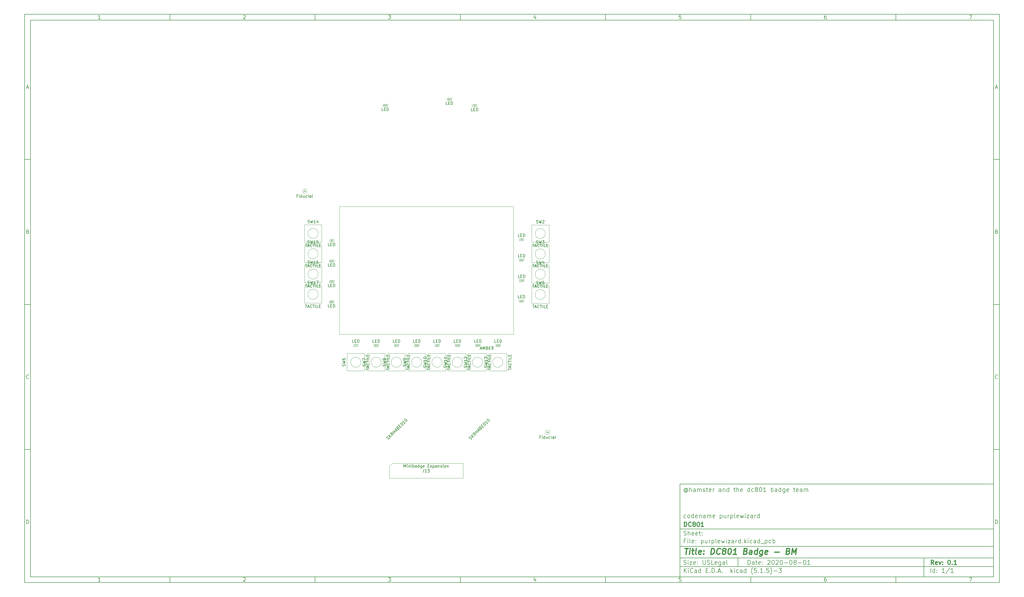
<source format=gbr>
G04 #@! TF.GenerationSoftware,KiCad,Pcbnew,(5.1.5)-3*
G04 #@! TF.CreationDate,2020-08-11T23:16:39-06:00*
G04 #@! TF.ProjectId,purplewizard,70757270-6c65-4776-997a-6172642e6b69,0.1*
G04 #@! TF.SameCoordinates,Original*
G04 #@! TF.FileFunction,Other,Fab,Top*
%FSLAX46Y46*%
G04 Gerber Fmt 4.6, Leading zero omitted, Abs format (unit mm)*
G04 Created by KiCad (PCBNEW (5.1.5)-3) date 2020-08-11 23:16:39*
%MOMM*%
%LPD*%
G04 APERTURE LIST*
%ADD10C,0.100000*%
%ADD11C,0.150000*%
%ADD12C,0.300000*%
%ADD13C,0.400000*%
%ADD14C,0.120000*%
%ADD15C,0.060000*%
%ADD16C,0.040000*%
G04 APERTURE END LIST*
D10*
D11*
X235600000Y-171900000D02*
X235600000Y-203900000D01*
X343600000Y-203900000D01*
X343600000Y-171900000D01*
X235600000Y-171900000D01*
D10*
D11*
X10000000Y-10000000D02*
X10000000Y-205900000D01*
X345600000Y-205900000D01*
X345600000Y-10000000D01*
X10000000Y-10000000D01*
D10*
D11*
X12000000Y-12000000D02*
X12000000Y-203900000D01*
X343600000Y-203900000D01*
X343600000Y-12000000D01*
X12000000Y-12000000D01*
D10*
D11*
X60000000Y-12000000D02*
X60000000Y-10000000D01*
D10*
D11*
X110000000Y-12000000D02*
X110000000Y-10000000D01*
D10*
D11*
X160000000Y-12000000D02*
X160000000Y-10000000D01*
D10*
D11*
X210000000Y-12000000D02*
X210000000Y-10000000D01*
D10*
D11*
X260000000Y-12000000D02*
X260000000Y-10000000D01*
D10*
D11*
X310000000Y-12000000D02*
X310000000Y-10000000D01*
D10*
D11*
X36065476Y-11588095D02*
X35322619Y-11588095D01*
X35694047Y-11588095D02*
X35694047Y-10288095D01*
X35570238Y-10473809D01*
X35446428Y-10597619D01*
X35322619Y-10659523D01*
D10*
D11*
X85322619Y-10411904D02*
X85384523Y-10350000D01*
X85508333Y-10288095D01*
X85817857Y-10288095D01*
X85941666Y-10350000D01*
X86003571Y-10411904D01*
X86065476Y-10535714D01*
X86065476Y-10659523D01*
X86003571Y-10845238D01*
X85260714Y-11588095D01*
X86065476Y-11588095D01*
D10*
D11*
X135260714Y-10288095D02*
X136065476Y-10288095D01*
X135632142Y-10783333D01*
X135817857Y-10783333D01*
X135941666Y-10845238D01*
X136003571Y-10907142D01*
X136065476Y-11030952D01*
X136065476Y-11340476D01*
X136003571Y-11464285D01*
X135941666Y-11526190D01*
X135817857Y-11588095D01*
X135446428Y-11588095D01*
X135322619Y-11526190D01*
X135260714Y-11464285D01*
D10*
D11*
X185941666Y-10721428D02*
X185941666Y-11588095D01*
X185632142Y-10226190D02*
X185322619Y-11154761D01*
X186127380Y-11154761D01*
D10*
D11*
X236003571Y-10288095D02*
X235384523Y-10288095D01*
X235322619Y-10907142D01*
X235384523Y-10845238D01*
X235508333Y-10783333D01*
X235817857Y-10783333D01*
X235941666Y-10845238D01*
X236003571Y-10907142D01*
X236065476Y-11030952D01*
X236065476Y-11340476D01*
X236003571Y-11464285D01*
X235941666Y-11526190D01*
X235817857Y-11588095D01*
X235508333Y-11588095D01*
X235384523Y-11526190D01*
X235322619Y-11464285D01*
D10*
D11*
X285941666Y-10288095D02*
X285694047Y-10288095D01*
X285570238Y-10350000D01*
X285508333Y-10411904D01*
X285384523Y-10597619D01*
X285322619Y-10845238D01*
X285322619Y-11340476D01*
X285384523Y-11464285D01*
X285446428Y-11526190D01*
X285570238Y-11588095D01*
X285817857Y-11588095D01*
X285941666Y-11526190D01*
X286003571Y-11464285D01*
X286065476Y-11340476D01*
X286065476Y-11030952D01*
X286003571Y-10907142D01*
X285941666Y-10845238D01*
X285817857Y-10783333D01*
X285570238Y-10783333D01*
X285446428Y-10845238D01*
X285384523Y-10907142D01*
X285322619Y-11030952D01*
D10*
D11*
X335260714Y-10288095D02*
X336127380Y-10288095D01*
X335570238Y-11588095D01*
D10*
D11*
X60000000Y-203900000D02*
X60000000Y-205900000D01*
D10*
D11*
X110000000Y-203900000D02*
X110000000Y-205900000D01*
D10*
D11*
X160000000Y-203900000D02*
X160000000Y-205900000D01*
D10*
D11*
X210000000Y-203900000D02*
X210000000Y-205900000D01*
D10*
D11*
X260000000Y-203900000D02*
X260000000Y-205900000D01*
D10*
D11*
X310000000Y-203900000D02*
X310000000Y-205900000D01*
D10*
D11*
X36065476Y-205488095D02*
X35322619Y-205488095D01*
X35694047Y-205488095D02*
X35694047Y-204188095D01*
X35570238Y-204373809D01*
X35446428Y-204497619D01*
X35322619Y-204559523D01*
D10*
D11*
X85322619Y-204311904D02*
X85384523Y-204250000D01*
X85508333Y-204188095D01*
X85817857Y-204188095D01*
X85941666Y-204250000D01*
X86003571Y-204311904D01*
X86065476Y-204435714D01*
X86065476Y-204559523D01*
X86003571Y-204745238D01*
X85260714Y-205488095D01*
X86065476Y-205488095D01*
D10*
D11*
X135260714Y-204188095D02*
X136065476Y-204188095D01*
X135632142Y-204683333D01*
X135817857Y-204683333D01*
X135941666Y-204745238D01*
X136003571Y-204807142D01*
X136065476Y-204930952D01*
X136065476Y-205240476D01*
X136003571Y-205364285D01*
X135941666Y-205426190D01*
X135817857Y-205488095D01*
X135446428Y-205488095D01*
X135322619Y-205426190D01*
X135260714Y-205364285D01*
D10*
D11*
X185941666Y-204621428D02*
X185941666Y-205488095D01*
X185632142Y-204126190D02*
X185322619Y-205054761D01*
X186127380Y-205054761D01*
D10*
D11*
X236003571Y-204188095D02*
X235384523Y-204188095D01*
X235322619Y-204807142D01*
X235384523Y-204745238D01*
X235508333Y-204683333D01*
X235817857Y-204683333D01*
X235941666Y-204745238D01*
X236003571Y-204807142D01*
X236065476Y-204930952D01*
X236065476Y-205240476D01*
X236003571Y-205364285D01*
X235941666Y-205426190D01*
X235817857Y-205488095D01*
X235508333Y-205488095D01*
X235384523Y-205426190D01*
X235322619Y-205364285D01*
D10*
D11*
X285941666Y-204188095D02*
X285694047Y-204188095D01*
X285570238Y-204250000D01*
X285508333Y-204311904D01*
X285384523Y-204497619D01*
X285322619Y-204745238D01*
X285322619Y-205240476D01*
X285384523Y-205364285D01*
X285446428Y-205426190D01*
X285570238Y-205488095D01*
X285817857Y-205488095D01*
X285941666Y-205426190D01*
X286003571Y-205364285D01*
X286065476Y-205240476D01*
X286065476Y-204930952D01*
X286003571Y-204807142D01*
X285941666Y-204745238D01*
X285817857Y-204683333D01*
X285570238Y-204683333D01*
X285446428Y-204745238D01*
X285384523Y-204807142D01*
X285322619Y-204930952D01*
D10*
D11*
X335260714Y-204188095D02*
X336127380Y-204188095D01*
X335570238Y-205488095D01*
D10*
D11*
X10000000Y-60000000D02*
X12000000Y-60000000D01*
D10*
D11*
X10000000Y-110000000D02*
X12000000Y-110000000D01*
D10*
D11*
X10000000Y-160000000D02*
X12000000Y-160000000D01*
D10*
D11*
X10690476Y-35216666D02*
X11309523Y-35216666D01*
X10566666Y-35588095D02*
X11000000Y-34288095D01*
X11433333Y-35588095D01*
D10*
D11*
X11092857Y-84907142D02*
X11278571Y-84969047D01*
X11340476Y-85030952D01*
X11402380Y-85154761D01*
X11402380Y-85340476D01*
X11340476Y-85464285D01*
X11278571Y-85526190D01*
X11154761Y-85588095D01*
X10659523Y-85588095D01*
X10659523Y-84288095D01*
X11092857Y-84288095D01*
X11216666Y-84350000D01*
X11278571Y-84411904D01*
X11340476Y-84535714D01*
X11340476Y-84659523D01*
X11278571Y-84783333D01*
X11216666Y-84845238D01*
X11092857Y-84907142D01*
X10659523Y-84907142D01*
D10*
D11*
X11402380Y-135464285D02*
X11340476Y-135526190D01*
X11154761Y-135588095D01*
X11030952Y-135588095D01*
X10845238Y-135526190D01*
X10721428Y-135402380D01*
X10659523Y-135278571D01*
X10597619Y-135030952D01*
X10597619Y-134845238D01*
X10659523Y-134597619D01*
X10721428Y-134473809D01*
X10845238Y-134350000D01*
X11030952Y-134288095D01*
X11154761Y-134288095D01*
X11340476Y-134350000D01*
X11402380Y-134411904D01*
D10*
D11*
X10659523Y-185588095D02*
X10659523Y-184288095D01*
X10969047Y-184288095D01*
X11154761Y-184350000D01*
X11278571Y-184473809D01*
X11340476Y-184597619D01*
X11402380Y-184845238D01*
X11402380Y-185030952D01*
X11340476Y-185278571D01*
X11278571Y-185402380D01*
X11154761Y-185526190D01*
X10969047Y-185588095D01*
X10659523Y-185588095D01*
D10*
D11*
X345600000Y-60000000D02*
X343600000Y-60000000D01*
D10*
D11*
X345600000Y-110000000D02*
X343600000Y-110000000D01*
D10*
D11*
X345600000Y-160000000D02*
X343600000Y-160000000D01*
D10*
D11*
X344290476Y-35216666D02*
X344909523Y-35216666D01*
X344166666Y-35588095D02*
X344600000Y-34288095D01*
X345033333Y-35588095D01*
D10*
D11*
X344692857Y-84907142D02*
X344878571Y-84969047D01*
X344940476Y-85030952D01*
X345002380Y-85154761D01*
X345002380Y-85340476D01*
X344940476Y-85464285D01*
X344878571Y-85526190D01*
X344754761Y-85588095D01*
X344259523Y-85588095D01*
X344259523Y-84288095D01*
X344692857Y-84288095D01*
X344816666Y-84350000D01*
X344878571Y-84411904D01*
X344940476Y-84535714D01*
X344940476Y-84659523D01*
X344878571Y-84783333D01*
X344816666Y-84845238D01*
X344692857Y-84907142D01*
X344259523Y-84907142D01*
D10*
D11*
X345002380Y-135464285D02*
X344940476Y-135526190D01*
X344754761Y-135588095D01*
X344630952Y-135588095D01*
X344445238Y-135526190D01*
X344321428Y-135402380D01*
X344259523Y-135278571D01*
X344197619Y-135030952D01*
X344197619Y-134845238D01*
X344259523Y-134597619D01*
X344321428Y-134473809D01*
X344445238Y-134350000D01*
X344630952Y-134288095D01*
X344754761Y-134288095D01*
X344940476Y-134350000D01*
X345002380Y-134411904D01*
D10*
D11*
X344259523Y-185588095D02*
X344259523Y-184288095D01*
X344569047Y-184288095D01*
X344754761Y-184350000D01*
X344878571Y-184473809D01*
X344940476Y-184597619D01*
X345002380Y-184845238D01*
X345002380Y-185030952D01*
X344940476Y-185278571D01*
X344878571Y-185402380D01*
X344754761Y-185526190D01*
X344569047Y-185588095D01*
X344259523Y-185588095D01*
D10*
D11*
X259032142Y-199678571D02*
X259032142Y-198178571D01*
X259389285Y-198178571D01*
X259603571Y-198250000D01*
X259746428Y-198392857D01*
X259817857Y-198535714D01*
X259889285Y-198821428D01*
X259889285Y-199035714D01*
X259817857Y-199321428D01*
X259746428Y-199464285D01*
X259603571Y-199607142D01*
X259389285Y-199678571D01*
X259032142Y-199678571D01*
X261175000Y-199678571D02*
X261175000Y-198892857D01*
X261103571Y-198750000D01*
X260960714Y-198678571D01*
X260675000Y-198678571D01*
X260532142Y-198750000D01*
X261175000Y-199607142D02*
X261032142Y-199678571D01*
X260675000Y-199678571D01*
X260532142Y-199607142D01*
X260460714Y-199464285D01*
X260460714Y-199321428D01*
X260532142Y-199178571D01*
X260675000Y-199107142D01*
X261032142Y-199107142D01*
X261175000Y-199035714D01*
X261675000Y-198678571D02*
X262246428Y-198678571D01*
X261889285Y-198178571D02*
X261889285Y-199464285D01*
X261960714Y-199607142D01*
X262103571Y-199678571D01*
X262246428Y-199678571D01*
X263317857Y-199607142D02*
X263175000Y-199678571D01*
X262889285Y-199678571D01*
X262746428Y-199607142D01*
X262675000Y-199464285D01*
X262675000Y-198892857D01*
X262746428Y-198750000D01*
X262889285Y-198678571D01*
X263175000Y-198678571D01*
X263317857Y-198750000D01*
X263389285Y-198892857D01*
X263389285Y-199035714D01*
X262675000Y-199178571D01*
X264032142Y-199535714D02*
X264103571Y-199607142D01*
X264032142Y-199678571D01*
X263960714Y-199607142D01*
X264032142Y-199535714D01*
X264032142Y-199678571D01*
X264032142Y-198750000D02*
X264103571Y-198821428D01*
X264032142Y-198892857D01*
X263960714Y-198821428D01*
X264032142Y-198750000D01*
X264032142Y-198892857D01*
X265817857Y-198321428D02*
X265889285Y-198250000D01*
X266032142Y-198178571D01*
X266389285Y-198178571D01*
X266532142Y-198250000D01*
X266603571Y-198321428D01*
X266675000Y-198464285D01*
X266675000Y-198607142D01*
X266603571Y-198821428D01*
X265746428Y-199678571D01*
X266675000Y-199678571D01*
X267603571Y-198178571D02*
X267746428Y-198178571D01*
X267889285Y-198250000D01*
X267960714Y-198321428D01*
X268032142Y-198464285D01*
X268103571Y-198750000D01*
X268103571Y-199107142D01*
X268032142Y-199392857D01*
X267960714Y-199535714D01*
X267889285Y-199607142D01*
X267746428Y-199678571D01*
X267603571Y-199678571D01*
X267460714Y-199607142D01*
X267389285Y-199535714D01*
X267317857Y-199392857D01*
X267246428Y-199107142D01*
X267246428Y-198750000D01*
X267317857Y-198464285D01*
X267389285Y-198321428D01*
X267460714Y-198250000D01*
X267603571Y-198178571D01*
X268675000Y-198321428D02*
X268746428Y-198250000D01*
X268889285Y-198178571D01*
X269246428Y-198178571D01*
X269389285Y-198250000D01*
X269460714Y-198321428D01*
X269532142Y-198464285D01*
X269532142Y-198607142D01*
X269460714Y-198821428D01*
X268603571Y-199678571D01*
X269532142Y-199678571D01*
X270460714Y-198178571D02*
X270603571Y-198178571D01*
X270746428Y-198250000D01*
X270817857Y-198321428D01*
X270889285Y-198464285D01*
X270960714Y-198750000D01*
X270960714Y-199107142D01*
X270889285Y-199392857D01*
X270817857Y-199535714D01*
X270746428Y-199607142D01*
X270603571Y-199678571D01*
X270460714Y-199678571D01*
X270317857Y-199607142D01*
X270246428Y-199535714D01*
X270175000Y-199392857D01*
X270103571Y-199107142D01*
X270103571Y-198750000D01*
X270175000Y-198464285D01*
X270246428Y-198321428D01*
X270317857Y-198250000D01*
X270460714Y-198178571D01*
X271603571Y-199107142D02*
X272746428Y-199107142D01*
X273746428Y-198178571D02*
X273889285Y-198178571D01*
X274032142Y-198250000D01*
X274103571Y-198321428D01*
X274175000Y-198464285D01*
X274246428Y-198750000D01*
X274246428Y-199107142D01*
X274175000Y-199392857D01*
X274103571Y-199535714D01*
X274032142Y-199607142D01*
X273889285Y-199678571D01*
X273746428Y-199678571D01*
X273603571Y-199607142D01*
X273532142Y-199535714D01*
X273460714Y-199392857D01*
X273389285Y-199107142D01*
X273389285Y-198750000D01*
X273460714Y-198464285D01*
X273532142Y-198321428D01*
X273603571Y-198250000D01*
X273746428Y-198178571D01*
X275103571Y-198821428D02*
X274960714Y-198750000D01*
X274889285Y-198678571D01*
X274817857Y-198535714D01*
X274817857Y-198464285D01*
X274889285Y-198321428D01*
X274960714Y-198250000D01*
X275103571Y-198178571D01*
X275389285Y-198178571D01*
X275532142Y-198250000D01*
X275603571Y-198321428D01*
X275675000Y-198464285D01*
X275675000Y-198535714D01*
X275603571Y-198678571D01*
X275532142Y-198750000D01*
X275389285Y-198821428D01*
X275103571Y-198821428D01*
X274960714Y-198892857D01*
X274889285Y-198964285D01*
X274817857Y-199107142D01*
X274817857Y-199392857D01*
X274889285Y-199535714D01*
X274960714Y-199607142D01*
X275103571Y-199678571D01*
X275389285Y-199678571D01*
X275532142Y-199607142D01*
X275603571Y-199535714D01*
X275675000Y-199392857D01*
X275675000Y-199107142D01*
X275603571Y-198964285D01*
X275532142Y-198892857D01*
X275389285Y-198821428D01*
X276317857Y-199107142D02*
X277460714Y-199107142D01*
X278460714Y-198178571D02*
X278603571Y-198178571D01*
X278746428Y-198250000D01*
X278817857Y-198321428D01*
X278889285Y-198464285D01*
X278960714Y-198750000D01*
X278960714Y-199107142D01*
X278889285Y-199392857D01*
X278817857Y-199535714D01*
X278746428Y-199607142D01*
X278603571Y-199678571D01*
X278460714Y-199678571D01*
X278317857Y-199607142D01*
X278246428Y-199535714D01*
X278175000Y-199392857D01*
X278103571Y-199107142D01*
X278103571Y-198750000D01*
X278175000Y-198464285D01*
X278246428Y-198321428D01*
X278317857Y-198250000D01*
X278460714Y-198178571D01*
X280389285Y-199678571D02*
X279532142Y-199678571D01*
X279960714Y-199678571D02*
X279960714Y-198178571D01*
X279817857Y-198392857D01*
X279675000Y-198535714D01*
X279532142Y-198607142D01*
D10*
D11*
X235600000Y-200400000D02*
X343600000Y-200400000D01*
D10*
D11*
X237032142Y-202478571D02*
X237032142Y-200978571D01*
X237889285Y-202478571D02*
X237246428Y-201621428D01*
X237889285Y-200978571D02*
X237032142Y-201835714D01*
X238532142Y-202478571D02*
X238532142Y-201478571D01*
X238532142Y-200978571D02*
X238460714Y-201050000D01*
X238532142Y-201121428D01*
X238603571Y-201050000D01*
X238532142Y-200978571D01*
X238532142Y-201121428D01*
X240103571Y-202335714D02*
X240032142Y-202407142D01*
X239817857Y-202478571D01*
X239675000Y-202478571D01*
X239460714Y-202407142D01*
X239317857Y-202264285D01*
X239246428Y-202121428D01*
X239175000Y-201835714D01*
X239175000Y-201621428D01*
X239246428Y-201335714D01*
X239317857Y-201192857D01*
X239460714Y-201050000D01*
X239675000Y-200978571D01*
X239817857Y-200978571D01*
X240032142Y-201050000D01*
X240103571Y-201121428D01*
X241389285Y-202478571D02*
X241389285Y-201692857D01*
X241317857Y-201550000D01*
X241175000Y-201478571D01*
X240889285Y-201478571D01*
X240746428Y-201550000D01*
X241389285Y-202407142D02*
X241246428Y-202478571D01*
X240889285Y-202478571D01*
X240746428Y-202407142D01*
X240675000Y-202264285D01*
X240675000Y-202121428D01*
X240746428Y-201978571D01*
X240889285Y-201907142D01*
X241246428Y-201907142D01*
X241389285Y-201835714D01*
X242746428Y-202478571D02*
X242746428Y-200978571D01*
X242746428Y-202407142D02*
X242603571Y-202478571D01*
X242317857Y-202478571D01*
X242175000Y-202407142D01*
X242103571Y-202335714D01*
X242032142Y-202192857D01*
X242032142Y-201764285D01*
X242103571Y-201621428D01*
X242175000Y-201550000D01*
X242317857Y-201478571D01*
X242603571Y-201478571D01*
X242746428Y-201550000D01*
X244603571Y-201692857D02*
X245103571Y-201692857D01*
X245317857Y-202478571D02*
X244603571Y-202478571D01*
X244603571Y-200978571D01*
X245317857Y-200978571D01*
X245960714Y-202335714D02*
X246032142Y-202407142D01*
X245960714Y-202478571D01*
X245889285Y-202407142D01*
X245960714Y-202335714D01*
X245960714Y-202478571D01*
X246675000Y-202478571D02*
X246675000Y-200978571D01*
X247032142Y-200978571D01*
X247246428Y-201050000D01*
X247389285Y-201192857D01*
X247460714Y-201335714D01*
X247532142Y-201621428D01*
X247532142Y-201835714D01*
X247460714Y-202121428D01*
X247389285Y-202264285D01*
X247246428Y-202407142D01*
X247032142Y-202478571D01*
X246675000Y-202478571D01*
X248175000Y-202335714D02*
X248246428Y-202407142D01*
X248175000Y-202478571D01*
X248103571Y-202407142D01*
X248175000Y-202335714D01*
X248175000Y-202478571D01*
X248817857Y-202050000D02*
X249532142Y-202050000D01*
X248675000Y-202478571D02*
X249175000Y-200978571D01*
X249675000Y-202478571D01*
X250175000Y-202335714D02*
X250246428Y-202407142D01*
X250175000Y-202478571D01*
X250103571Y-202407142D01*
X250175000Y-202335714D01*
X250175000Y-202478571D01*
X253175000Y-202478571D02*
X253175000Y-200978571D01*
X253317857Y-201907142D02*
X253746428Y-202478571D01*
X253746428Y-201478571D02*
X253175000Y-202050000D01*
X254389285Y-202478571D02*
X254389285Y-201478571D01*
X254389285Y-200978571D02*
X254317857Y-201050000D01*
X254389285Y-201121428D01*
X254460714Y-201050000D01*
X254389285Y-200978571D01*
X254389285Y-201121428D01*
X255746428Y-202407142D02*
X255603571Y-202478571D01*
X255317857Y-202478571D01*
X255175000Y-202407142D01*
X255103571Y-202335714D01*
X255032142Y-202192857D01*
X255032142Y-201764285D01*
X255103571Y-201621428D01*
X255175000Y-201550000D01*
X255317857Y-201478571D01*
X255603571Y-201478571D01*
X255746428Y-201550000D01*
X257032142Y-202478571D02*
X257032142Y-201692857D01*
X256960714Y-201550000D01*
X256817857Y-201478571D01*
X256532142Y-201478571D01*
X256389285Y-201550000D01*
X257032142Y-202407142D02*
X256889285Y-202478571D01*
X256532142Y-202478571D01*
X256389285Y-202407142D01*
X256317857Y-202264285D01*
X256317857Y-202121428D01*
X256389285Y-201978571D01*
X256532142Y-201907142D01*
X256889285Y-201907142D01*
X257032142Y-201835714D01*
X258389285Y-202478571D02*
X258389285Y-200978571D01*
X258389285Y-202407142D02*
X258246428Y-202478571D01*
X257960714Y-202478571D01*
X257817857Y-202407142D01*
X257746428Y-202335714D01*
X257675000Y-202192857D01*
X257675000Y-201764285D01*
X257746428Y-201621428D01*
X257817857Y-201550000D01*
X257960714Y-201478571D01*
X258246428Y-201478571D01*
X258389285Y-201550000D01*
X260675000Y-203050000D02*
X260603571Y-202978571D01*
X260460714Y-202764285D01*
X260389285Y-202621428D01*
X260317857Y-202407142D01*
X260246428Y-202050000D01*
X260246428Y-201764285D01*
X260317857Y-201407142D01*
X260389285Y-201192857D01*
X260460714Y-201050000D01*
X260603571Y-200835714D01*
X260675000Y-200764285D01*
X261960714Y-200978571D02*
X261246428Y-200978571D01*
X261175000Y-201692857D01*
X261246428Y-201621428D01*
X261389285Y-201550000D01*
X261746428Y-201550000D01*
X261889285Y-201621428D01*
X261960714Y-201692857D01*
X262032142Y-201835714D01*
X262032142Y-202192857D01*
X261960714Y-202335714D01*
X261889285Y-202407142D01*
X261746428Y-202478571D01*
X261389285Y-202478571D01*
X261246428Y-202407142D01*
X261175000Y-202335714D01*
X262675000Y-202335714D02*
X262746428Y-202407142D01*
X262675000Y-202478571D01*
X262603571Y-202407142D01*
X262675000Y-202335714D01*
X262675000Y-202478571D01*
X264175000Y-202478571D02*
X263317857Y-202478571D01*
X263746428Y-202478571D02*
X263746428Y-200978571D01*
X263603571Y-201192857D01*
X263460714Y-201335714D01*
X263317857Y-201407142D01*
X264817857Y-202335714D02*
X264889285Y-202407142D01*
X264817857Y-202478571D01*
X264746428Y-202407142D01*
X264817857Y-202335714D01*
X264817857Y-202478571D01*
X266246428Y-200978571D02*
X265532142Y-200978571D01*
X265460714Y-201692857D01*
X265532142Y-201621428D01*
X265675000Y-201550000D01*
X266032142Y-201550000D01*
X266175000Y-201621428D01*
X266246428Y-201692857D01*
X266317857Y-201835714D01*
X266317857Y-202192857D01*
X266246428Y-202335714D01*
X266175000Y-202407142D01*
X266032142Y-202478571D01*
X265675000Y-202478571D01*
X265532142Y-202407142D01*
X265460714Y-202335714D01*
X266817857Y-203050000D02*
X266889285Y-202978571D01*
X267032142Y-202764285D01*
X267103571Y-202621428D01*
X267175000Y-202407142D01*
X267246428Y-202050000D01*
X267246428Y-201764285D01*
X267175000Y-201407142D01*
X267103571Y-201192857D01*
X267032142Y-201050000D01*
X266889285Y-200835714D01*
X266817857Y-200764285D01*
X267960714Y-201907142D02*
X269103571Y-201907142D01*
X269675000Y-200978571D02*
X270603571Y-200978571D01*
X270103571Y-201550000D01*
X270317857Y-201550000D01*
X270460714Y-201621428D01*
X270532142Y-201692857D01*
X270603571Y-201835714D01*
X270603571Y-202192857D01*
X270532142Y-202335714D01*
X270460714Y-202407142D01*
X270317857Y-202478571D01*
X269889285Y-202478571D01*
X269746428Y-202407142D01*
X269675000Y-202335714D01*
D10*
D11*
X235600000Y-197400000D02*
X343600000Y-197400000D01*
D10*
D12*
X323009285Y-199678571D02*
X322509285Y-198964285D01*
X322152142Y-199678571D02*
X322152142Y-198178571D01*
X322723571Y-198178571D01*
X322866428Y-198250000D01*
X322937857Y-198321428D01*
X323009285Y-198464285D01*
X323009285Y-198678571D01*
X322937857Y-198821428D01*
X322866428Y-198892857D01*
X322723571Y-198964285D01*
X322152142Y-198964285D01*
X324223571Y-199607142D02*
X324080714Y-199678571D01*
X323795000Y-199678571D01*
X323652142Y-199607142D01*
X323580714Y-199464285D01*
X323580714Y-198892857D01*
X323652142Y-198750000D01*
X323795000Y-198678571D01*
X324080714Y-198678571D01*
X324223571Y-198750000D01*
X324295000Y-198892857D01*
X324295000Y-199035714D01*
X323580714Y-199178571D01*
X324795000Y-198678571D02*
X325152142Y-199678571D01*
X325509285Y-198678571D01*
X326080714Y-199535714D02*
X326152142Y-199607142D01*
X326080714Y-199678571D01*
X326009285Y-199607142D01*
X326080714Y-199535714D01*
X326080714Y-199678571D01*
X326080714Y-198750000D02*
X326152142Y-198821428D01*
X326080714Y-198892857D01*
X326009285Y-198821428D01*
X326080714Y-198750000D01*
X326080714Y-198892857D01*
X328223571Y-198178571D02*
X328366428Y-198178571D01*
X328509285Y-198250000D01*
X328580714Y-198321428D01*
X328652142Y-198464285D01*
X328723571Y-198750000D01*
X328723571Y-199107142D01*
X328652142Y-199392857D01*
X328580714Y-199535714D01*
X328509285Y-199607142D01*
X328366428Y-199678571D01*
X328223571Y-199678571D01*
X328080714Y-199607142D01*
X328009285Y-199535714D01*
X327937857Y-199392857D01*
X327866428Y-199107142D01*
X327866428Y-198750000D01*
X327937857Y-198464285D01*
X328009285Y-198321428D01*
X328080714Y-198250000D01*
X328223571Y-198178571D01*
X329366428Y-199535714D02*
X329437857Y-199607142D01*
X329366428Y-199678571D01*
X329295000Y-199607142D01*
X329366428Y-199535714D01*
X329366428Y-199678571D01*
X330866428Y-199678571D02*
X330009285Y-199678571D01*
X330437857Y-199678571D02*
X330437857Y-198178571D01*
X330295000Y-198392857D01*
X330152142Y-198535714D01*
X330009285Y-198607142D01*
D10*
D11*
X236960714Y-199607142D02*
X237175000Y-199678571D01*
X237532142Y-199678571D01*
X237675000Y-199607142D01*
X237746428Y-199535714D01*
X237817857Y-199392857D01*
X237817857Y-199250000D01*
X237746428Y-199107142D01*
X237675000Y-199035714D01*
X237532142Y-198964285D01*
X237246428Y-198892857D01*
X237103571Y-198821428D01*
X237032142Y-198750000D01*
X236960714Y-198607142D01*
X236960714Y-198464285D01*
X237032142Y-198321428D01*
X237103571Y-198250000D01*
X237246428Y-198178571D01*
X237603571Y-198178571D01*
X237817857Y-198250000D01*
X238460714Y-199678571D02*
X238460714Y-198678571D01*
X238460714Y-198178571D02*
X238389285Y-198250000D01*
X238460714Y-198321428D01*
X238532142Y-198250000D01*
X238460714Y-198178571D01*
X238460714Y-198321428D01*
X239032142Y-198678571D02*
X239817857Y-198678571D01*
X239032142Y-199678571D01*
X239817857Y-199678571D01*
X240960714Y-199607142D02*
X240817857Y-199678571D01*
X240532142Y-199678571D01*
X240389285Y-199607142D01*
X240317857Y-199464285D01*
X240317857Y-198892857D01*
X240389285Y-198750000D01*
X240532142Y-198678571D01*
X240817857Y-198678571D01*
X240960714Y-198750000D01*
X241032142Y-198892857D01*
X241032142Y-199035714D01*
X240317857Y-199178571D01*
X241675000Y-199535714D02*
X241746428Y-199607142D01*
X241675000Y-199678571D01*
X241603571Y-199607142D01*
X241675000Y-199535714D01*
X241675000Y-199678571D01*
X241675000Y-198750000D02*
X241746428Y-198821428D01*
X241675000Y-198892857D01*
X241603571Y-198821428D01*
X241675000Y-198750000D01*
X241675000Y-198892857D01*
X243532142Y-198178571D02*
X243532142Y-199392857D01*
X243603571Y-199535714D01*
X243675000Y-199607142D01*
X243817857Y-199678571D01*
X244103571Y-199678571D01*
X244246428Y-199607142D01*
X244317857Y-199535714D01*
X244389285Y-199392857D01*
X244389285Y-198178571D01*
X245032142Y-199607142D02*
X245246428Y-199678571D01*
X245603571Y-199678571D01*
X245746428Y-199607142D01*
X245817857Y-199535714D01*
X245889285Y-199392857D01*
X245889285Y-199250000D01*
X245817857Y-199107142D01*
X245746428Y-199035714D01*
X245603571Y-198964285D01*
X245317857Y-198892857D01*
X245175000Y-198821428D01*
X245103571Y-198750000D01*
X245032142Y-198607142D01*
X245032142Y-198464285D01*
X245103571Y-198321428D01*
X245175000Y-198250000D01*
X245317857Y-198178571D01*
X245675000Y-198178571D01*
X245889285Y-198250000D01*
X247246428Y-199678571D02*
X246532142Y-199678571D01*
X246532142Y-198178571D01*
X248317857Y-199607142D02*
X248175000Y-199678571D01*
X247889285Y-199678571D01*
X247746428Y-199607142D01*
X247675000Y-199464285D01*
X247675000Y-198892857D01*
X247746428Y-198750000D01*
X247889285Y-198678571D01*
X248175000Y-198678571D01*
X248317857Y-198750000D01*
X248389285Y-198892857D01*
X248389285Y-199035714D01*
X247675000Y-199178571D01*
X249675000Y-198678571D02*
X249675000Y-199892857D01*
X249603571Y-200035714D01*
X249532142Y-200107142D01*
X249389285Y-200178571D01*
X249175000Y-200178571D01*
X249032142Y-200107142D01*
X249675000Y-199607142D02*
X249532142Y-199678571D01*
X249246428Y-199678571D01*
X249103571Y-199607142D01*
X249032142Y-199535714D01*
X248960714Y-199392857D01*
X248960714Y-198964285D01*
X249032142Y-198821428D01*
X249103571Y-198750000D01*
X249246428Y-198678571D01*
X249532142Y-198678571D01*
X249675000Y-198750000D01*
X251032142Y-199678571D02*
X251032142Y-198892857D01*
X250960714Y-198750000D01*
X250817857Y-198678571D01*
X250532142Y-198678571D01*
X250389285Y-198750000D01*
X251032142Y-199607142D02*
X250889285Y-199678571D01*
X250532142Y-199678571D01*
X250389285Y-199607142D01*
X250317857Y-199464285D01*
X250317857Y-199321428D01*
X250389285Y-199178571D01*
X250532142Y-199107142D01*
X250889285Y-199107142D01*
X251032142Y-199035714D01*
X251960714Y-199678571D02*
X251817857Y-199607142D01*
X251746428Y-199464285D01*
X251746428Y-198178571D01*
D10*
D11*
X322032142Y-202478571D02*
X322032142Y-200978571D01*
X323389285Y-202478571D02*
X323389285Y-200978571D01*
X323389285Y-202407142D02*
X323246428Y-202478571D01*
X322960714Y-202478571D01*
X322817857Y-202407142D01*
X322746428Y-202335714D01*
X322675000Y-202192857D01*
X322675000Y-201764285D01*
X322746428Y-201621428D01*
X322817857Y-201550000D01*
X322960714Y-201478571D01*
X323246428Y-201478571D01*
X323389285Y-201550000D01*
X324103571Y-202335714D02*
X324175000Y-202407142D01*
X324103571Y-202478571D01*
X324032142Y-202407142D01*
X324103571Y-202335714D01*
X324103571Y-202478571D01*
X324103571Y-201550000D02*
X324175000Y-201621428D01*
X324103571Y-201692857D01*
X324032142Y-201621428D01*
X324103571Y-201550000D01*
X324103571Y-201692857D01*
X326746428Y-202478571D02*
X325889285Y-202478571D01*
X326317857Y-202478571D02*
X326317857Y-200978571D01*
X326175000Y-201192857D01*
X326032142Y-201335714D01*
X325889285Y-201407142D01*
X328460714Y-200907142D02*
X327175000Y-202835714D01*
X329746428Y-202478571D02*
X328889285Y-202478571D01*
X329317857Y-202478571D02*
X329317857Y-200978571D01*
X329175000Y-201192857D01*
X329032142Y-201335714D01*
X328889285Y-201407142D01*
D10*
D11*
X235600000Y-193400000D02*
X343600000Y-193400000D01*
D10*
D13*
X237312380Y-194104761D02*
X238455238Y-194104761D01*
X237633809Y-196104761D02*
X237883809Y-194104761D01*
X238871904Y-196104761D02*
X239038571Y-194771428D01*
X239121904Y-194104761D02*
X239014761Y-194200000D01*
X239098095Y-194295238D01*
X239205238Y-194200000D01*
X239121904Y-194104761D01*
X239098095Y-194295238D01*
X239705238Y-194771428D02*
X240467142Y-194771428D01*
X240074285Y-194104761D02*
X239860000Y-195819047D01*
X239931428Y-196009523D01*
X240110000Y-196104761D01*
X240300476Y-196104761D01*
X241252857Y-196104761D02*
X241074285Y-196009523D01*
X241002857Y-195819047D01*
X241217142Y-194104761D01*
X242788571Y-196009523D02*
X242586190Y-196104761D01*
X242205238Y-196104761D01*
X242026666Y-196009523D01*
X241955238Y-195819047D01*
X242050476Y-195057142D01*
X242169523Y-194866666D01*
X242371904Y-194771428D01*
X242752857Y-194771428D01*
X242931428Y-194866666D01*
X243002857Y-195057142D01*
X242979047Y-195247619D01*
X242002857Y-195438095D01*
X243752857Y-195914285D02*
X243836190Y-196009523D01*
X243729047Y-196104761D01*
X243645714Y-196009523D01*
X243752857Y-195914285D01*
X243729047Y-196104761D01*
X243883809Y-194866666D02*
X243967142Y-194961904D01*
X243860000Y-195057142D01*
X243776666Y-194961904D01*
X243883809Y-194866666D01*
X243860000Y-195057142D01*
X246205238Y-196104761D02*
X246455238Y-194104761D01*
X246931428Y-194104761D01*
X247205238Y-194200000D01*
X247371904Y-194390476D01*
X247443333Y-194580952D01*
X247490952Y-194961904D01*
X247455238Y-195247619D01*
X247312380Y-195628571D01*
X247193333Y-195819047D01*
X246979047Y-196009523D01*
X246681428Y-196104761D01*
X246205238Y-196104761D01*
X249371904Y-195914285D02*
X249264761Y-196009523D01*
X248967142Y-196104761D01*
X248776666Y-196104761D01*
X248502857Y-196009523D01*
X248336190Y-195819047D01*
X248264761Y-195628571D01*
X248217142Y-195247619D01*
X248252857Y-194961904D01*
X248395714Y-194580952D01*
X248514761Y-194390476D01*
X248729047Y-194200000D01*
X249026666Y-194104761D01*
X249217142Y-194104761D01*
X249490952Y-194200000D01*
X249574285Y-194295238D01*
X250633809Y-194961904D02*
X250455238Y-194866666D01*
X250371904Y-194771428D01*
X250300476Y-194580952D01*
X250312380Y-194485714D01*
X250431428Y-194295238D01*
X250538571Y-194200000D01*
X250740952Y-194104761D01*
X251121904Y-194104761D01*
X251300476Y-194200000D01*
X251383809Y-194295238D01*
X251455238Y-194485714D01*
X251443333Y-194580952D01*
X251324285Y-194771428D01*
X251217142Y-194866666D01*
X251014761Y-194961904D01*
X250633809Y-194961904D01*
X250431428Y-195057142D01*
X250324285Y-195152380D01*
X250205238Y-195342857D01*
X250157619Y-195723809D01*
X250229047Y-195914285D01*
X250312380Y-196009523D01*
X250490952Y-196104761D01*
X250871904Y-196104761D01*
X251074285Y-196009523D01*
X251181428Y-195914285D01*
X251300476Y-195723809D01*
X251348095Y-195342857D01*
X251276666Y-195152380D01*
X251193333Y-195057142D01*
X251014761Y-194961904D01*
X252740952Y-194104761D02*
X252931428Y-194104761D01*
X253110000Y-194200000D01*
X253193333Y-194295238D01*
X253264761Y-194485714D01*
X253312380Y-194866666D01*
X253252857Y-195342857D01*
X253110000Y-195723809D01*
X252990952Y-195914285D01*
X252883809Y-196009523D01*
X252681428Y-196104761D01*
X252490952Y-196104761D01*
X252312380Y-196009523D01*
X252229047Y-195914285D01*
X252157619Y-195723809D01*
X252110000Y-195342857D01*
X252169523Y-194866666D01*
X252312380Y-194485714D01*
X252431428Y-194295238D01*
X252538571Y-194200000D01*
X252740952Y-194104761D01*
X255062380Y-196104761D02*
X253919523Y-196104761D01*
X254490952Y-196104761D02*
X254740952Y-194104761D01*
X254514761Y-194390476D01*
X254300476Y-194580952D01*
X254098095Y-194676190D01*
X258240952Y-195057142D02*
X258514761Y-195152380D01*
X258598095Y-195247619D01*
X258669523Y-195438095D01*
X258633809Y-195723809D01*
X258514761Y-195914285D01*
X258407619Y-196009523D01*
X258205238Y-196104761D01*
X257443333Y-196104761D01*
X257693333Y-194104761D01*
X258360000Y-194104761D01*
X258538571Y-194200000D01*
X258621904Y-194295238D01*
X258693333Y-194485714D01*
X258669523Y-194676190D01*
X258550476Y-194866666D01*
X258443333Y-194961904D01*
X258240952Y-195057142D01*
X257574285Y-195057142D01*
X260300476Y-196104761D02*
X260431428Y-195057142D01*
X260360000Y-194866666D01*
X260181428Y-194771428D01*
X259800476Y-194771428D01*
X259598095Y-194866666D01*
X260312380Y-196009523D02*
X260110000Y-196104761D01*
X259633809Y-196104761D01*
X259455238Y-196009523D01*
X259383809Y-195819047D01*
X259407619Y-195628571D01*
X259526666Y-195438095D01*
X259729047Y-195342857D01*
X260205238Y-195342857D01*
X260407619Y-195247619D01*
X262110000Y-196104761D02*
X262360000Y-194104761D01*
X262121904Y-196009523D02*
X261919523Y-196104761D01*
X261538571Y-196104761D01*
X261360000Y-196009523D01*
X261276666Y-195914285D01*
X261205238Y-195723809D01*
X261276666Y-195152380D01*
X261395714Y-194961904D01*
X261502857Y-194866666D01*
X261705238Y-194771428D01*
X262086190Y-194771428D01*
X262264761Y-194866666D01*
X264086190Y-194771428D02*
X263883809Y-196390476D01*
X263764761Y-196580952D01*
X263657619Y-196676190D01*
X263455238Y-196771428D01*
X263169523Y-196771428D01*
X262990952Y-196676190D01*
X263931428Y-196009523D02*
X263729047Y-196104761D01*
X263348095Y-196104761D01*
X263169523Y-196009523D01*
X263086190Y-195914285D01*
X263014761Y-195723809D01*
X263086190Y-195152380D01*
X263205238Y-194961904D01*
X263312380Y-194866666D01*
X263514761Y-194771428D01*
X263895714Y-194771428D01*
X264074285Y-194866666D01*
X265645714Y-196009523D02*
X265443333Y-196104761D01*
X265062380Y-196104761D01*
X264883809Y-196009523D01*
X264812380Y-195819047D01*
X264907619Y-195057142D01*
X265026666Y-194866666D01*
X265229047Y-194771428D01*
X265610000Y-194771428D01*
X265788571Y-194866666D01*
X265860000Y-195057142D01*
X265836190Y-195247619D01*
X264860000Y-195438095D01*
X268205238Y-195342857D02*
X269729047Y-195342857D01*
X272907619Y-195057142D02*
X273181428Y-195152380D01*
X273264761Y-195247619D01*
X273336190Y-195438095D01*
X273300476Y-195723809D01*
X273181428Y-195914285D01*
X273074285Y-196009523D01*
X272871904Y-196104761D01*
X272110000Y-196104761D01*
X272360000Y-194104761D01*
X273026666Y-194104761D01*
X273205238Y-194200000D01*
X273288571Y-194295238D01*
X273360000Y-194485714D01*
X273336190Y-194676190D01*
X273217142Y-194866666D01*
X273110000Y-194961904D01*
X272907619Y-195057142D01*
X272240952Y-195057142D01*
X274110000Y-196104761D02*
X274360000Y-194104761D01*
X274848095Y-195533333D01*
X275693333Y-194104761D01*
X275443333Y-196104761D01*
D10*
D11*
X237532142Y-191492857D02*
X237032142Y-191492857D01*
X237032142Y-192278571D02*
X237032142Y-190778571D01*
X237746428Y-190778571D01*
X238317857Y-192278571D02*
X238317857Y-191278571D01*
X238317857Y-190778571D02*
X238246428Y-190850000D01*
X238317857Y-190921428D01*
X238389285Y-190850000D01*
X238317857Y-190778571D01*
X238317857Y-190921428D01*
X239246428Y-192278571D02*
X239103571Y-192207142D01*
X239032142Y-192064285D01*
X239032142Y-190778571D01*
X240389285Y-192207142D02*
X240246428Y-192278571D01*
X239960714Y-192278571D01*
X239817857Y-192207142D01*
X239746428Y-192064285D01*
X239746428Y-191492857D01*
X239817857Y-191350000D01*
X239960714Y-191278571D01*
X240246428Y-191278571D01*
X240389285Y-191350000D01*
X240460714Y-191492857D01*
X240460714Y-191635714D01*
X239746428Y-191778571D01*
X241103571Y-192135714D02*
X241175000Y-192207142D01*
X241103571Y-192278571D01*
X241032142Y-192207142D01*
X241103571Y-192135714D01*
X241103571Y-192278571D01*
X241103571Y-191350000D02*
X241175000Y-191421428D01*
X241103571Y-191492857D01*
X241032142Y-191421428D01*
X241103571Y-191350000D01*
X241103571Y-191492857D01*
X242960714Y-191278571D02*
X242960714Y-192778571D01*
X242960714Y-191350000D02*
X243103571Y-191278571D01*
X243389285Y-191278571D01*
X243532142Y-191350000D01*
X243603571Y-191421428D01*
X243675000Y-191564285D01*
X243675000Y-191992857D01*
X243603571Y-192135714D01*
X243532142Y-192207142D01*
X243389285Y-192278571D01*
X243103571Y-192278571D01*
X242960714Y-192207142D01*
X244960714Y-191278571D02*
X244960714Y-192278571D01*
X244317857Y-191278571D02*
X244317857Y-192064285D01*
X244389285Y-192207142D01*
X244532142Y-192278571D01*
X244746428Y-192278571D01*
X244889285Y-192207142D01*
X244960714Y-192135714D01*
X245675000Y-192278571D02*
X245675000Y-191278571D01*
X245675000Y-191564285D02*
X245746428Y-191421428D01*
X245817857Y-191350000D01*
X245960714Y-191278571D01*
X246103571Y-191278571D01*
X246603571Y-191278571D02*
X246603571Y-192778571D01*
X246603571Y-191350000D02*
X246746428Y-191278571D01*
X247032142Y-191278571D01*
X247175000Y-191350000D01*
X247246428Y-191421428D01*
X247317857Y-191564285D01*
X247317857Y-191992857D01*
X247246428Y-192135714D01*
X247175000Y-192207142D01*
X247032142Y-192278571D01*
X246746428Y-192278571D01*
X246603571Y-192207142D01*
X248175000Y-192278571D02*
X248032142Y-192207142D01*
X247960714Y-192064285D01*
X247960714Y-190778571D01*
X249317857Y-192207142D02*
X249175000Y-192278571D01*
X248889285Y-192278571D01*
X248746428Y-192207142D01*
X248675000Y-192064285D01*
X248675000Y-191492857D01*
X248746428Y-191350000D01*
X248889285Y-191278571D01*
X249175000Y-191278571D01*
X249317857Y-191350000D01*
X249389285Y-191492857D01*
X249389285Y-191635714D01*
X248675000Y-191778571D01*
X249889285Y-191278571D02*
X250175000Y-192278571D01*
X250460714Y-191564285D01*
X250746428Y-192278571D01*
X251032142Y-191278571D01*
X251603571Y-192278571D02*
X251603571Y-191278571D01*
X251603571Y-190778571D02*
X251532142Y-190850000D01*
X251603571Y-190921428D01*
X251675000Y-190850000D01*
X251603571Y-190778571D01*
X251603571Y-190921428D01*
X252175000Y-191278571D02*
X252960714Y-191278571D01*
X252175000Y-192278571D01*
X252960714Y-192278571D01*
X254175000Y-192278571D02*
X254175000Y-191492857D01*
X254103571Y-191350000D01*
X253960714Y-191278571D01*
X253675000Y-191278571D01*
X253532142Y-191350000D01*
X254175000Y-192207142D02*
X254032142Y-192278571D01*
X253675000Y-192278571D01*
X253532142Y-192207142D01*
X253460714Y-192064285D01*
X253460714Y-191921428D01*
X253532142Y-191778571D01*
X253675000Y-191707142D01*
X254032142Y-191707142D01*
X254175000Y-191635714D01*
X254889285Y-192278571D02*
X254889285Y-191278571D01*
X254889285Y-191564285D02*
X254960714Y-191421428D01*
X255032142Y-191350000D01*
X255175000Y-191278571D01*
X255317857Y-191278571D01*
X256460714Y-192278571D02*
X256460714Y-190778571D01*
X256460714Y-192207142D02*
X256317857Y-192278571D01*
X256032142Y-192278571D01*
X255889285Y-192207142D01*
X255817857Y-192135714D01*
X255746428Y-191992857D01*
X255746428Y-191564285D01*
X255817857Y-191421428D01*
X255889285Y-191350000D01*
X256032142Y-191278571D01*
X256317857Y-191278571D01*
X256460714Y-191350000D01*
X257175000Y-192135714D02*
X257246428Y-192207142D01*
X257175000Y-192278571D01*
X257103571Y-192207142D01*
X257175000Y-192135714D01*
X257175000Y-192278571D01*
X257889285Y-192278571D02*
X257889285Y-190778571D01*
X258032142Y-191707142D02*
X258460714Y-192278571D01*
X258460714Y-191278571D02*
X257889285Y-191850000D01*
X259103571Y-192278571D02*
X259103571Y-191278571D01*
X259103571Y-190778571D02*
X259032142Y-190850000D01*
X259103571Y-190921428D01*
X259175000Y-190850000D01*
X259103571Y-190778571D01*
X259103571Y-190921428D01*
X260460714Y-192207142D02*
X260317857Y-192278571D01*
X260032142Y-192278571D01*
X259889285Y-192207142D01*
X259817857Y-192135714D01*
X259746428Y-191992857D01*
X259746428Y-191564285D01*
X259817857Y-191421428D01*
X259889285Y-191350000D01*
X260032142Y-191278571D01*
X260317857Y-191278571D01*
X260460714Y-191350000D01*
X261746428Y-192278571D02*
X261746428Y-191492857D01*
X261675000Y-191350000D01*
X261532142Y-191278571D01*
X261246428Y-191278571D01*
X261103571Y-191350000D01*
X261746428Y-192207142D02*
X261603571Y-192278571D01*
X261246428Y-192278571D01*
X261103571Y-192207142D01*
X261032142Y-192064285D01*
X261032142Y-191921428D01*
X261103571Y-191778571D01*
X261246428Y-191707142D01*
X261603571Y-191707142D01*
X261746428Y-191635714D01*
X263103571Y-192278571D02*
X263103571Y-190778571D01*
X263103571Y-192207142D02*
X262960714Y-192278571D01*
X262675000Y-192278571D01*
X262532142Y-192207142D01*
X262460714Y-192135714D01*
X262389285Y-191992857D01*
X262389285Y-191564285D01*
X262460714Y-191421428D01*
X262532142Y-191350000D01*
X262675000Y-191278571D01*
X262960714Y-191278571D01*
X263103571Y-191350000D01*
X263460714Y-192421428D02*
X264603571Y-192421428D01*
X264960714Y-191278571D02*
X264960714Y-192778571D01*
X264960714Y-191350000D02*
X265103571Y-191278571D01*
X265389285Y-191278571D01*
X265532142Y-191350000D01*
X265603571Y-191421428D01*
X265675000Y-191564285D01*
X265675000Y-191992857D01*
X265603571Y-192135714D01*
X265532142Y-192207142D01*
X265389285Y-192278571D01*
X265103571Y-192278571D01*
X264960714Y-192207142D01*
X266960714Y-192207142D02*
X266817857Y-192278571D01*
X266532142Y-192278571D01*
X266389285Y-192207142D01*
X266317857Y-192135714D01*
X266246428Y-191992857D01*
X266246428Y-191564285D01*
X266317857Y-191421428D01*
X266389285Y-191350000D01*
X266532142Y-191278571D01*
X266817857Y-191278571D01*
X266960714Y-191350000D01*
X267603571Y-192278571D02*
X267603571Y-190778571D01*
X267603571Y-191350000D02*
X267746428Y-191278571D01*
X268032142Y-191278571D01*
X268175000Y-191350000D01*
X268246428Y-191421428D01*
X268317857Y-191564285D01*
X268317857Y-191992857D01*
X268246428Y-192135714D01*
X268175000Y-192207142D01*
X268032142Y-192278571D01*
X267746428Y-192278571D01*
X267603571Y-192207142D01*
D10*
D11*
X235600000Y-187400000D02*
X343600000Y-187400000D01*
D10*
D11*
X236960714Y-189507142D02*
X237175000Y-189578571D01*
X237532142Y-189578571D01*
X237675000Y-189507142D01*
X237746428Y-189435714D01*
X237817857Y-189292857D01*
X237817857Y-189150000D01*
X237746428Y-189007142D01*
X237675000Y-188935714D01*
X237532142Y-188864285D01*
X237246428Y-188792857D01*
X237103571Y-188721428D01*
X237032142Y-188650000D01*
X236960714Y-188507142D01*
X236960714Y-188364285D01*
X237032142Y-188221428D01*
X237103571Y-188150000D01*
X237246428Y-188078571D01*
X237603571Y-188078571D01*
X237817857Y-188150000D01*
X238460714Y-189578571D02*
X238460714Y-188078571D01*
X239103571Y-189578571D02*
X239103571Y-188792857D01*
X239032142Y-188650000D01*
X238889285Y-188578571D01*
X238675000Y-188578571D01*
X238532142Y-188650000D01*
X238460714Y-188721428D01*
X240389285Y-189507142D02*
X240246428Y-189578571D01*
X239960714Y-189578571D01*
X239817857Y-189507142D01*
X239746428Y-189364285D01*
X239746428Y-188792857D01*
X239817857Y-188650000D01*
X239960714Y-188578571D01*
X240246428Y-188578571D01*
X240389285Y-188650000D01*
X240460714Y-188792857D01*
X240460714Y-188935714D01*
X239746428Y-189078571D01*
X241675000Y-189507142D02*
X241532142Y-189578571D01*
X241246428Y-189578571D01*
X241103571Y-189507142D01*
X241032142Y-189364285D01*
X241032142Y-188792857D01*
X241103571Y-188650000D01*
X241246428Y-188578571D01*
X241532142Y-188578571D01*
X241675000Y-188650000D01*
X241746428Y-188792857D01*
X241746428Y-188935714D01*
X241032142Y-189078571D01*
X242175000Y-188578571D02*
X242746428Y-188578571D01*
X242389285Y-188078571D02*
X242389285Y-189364285D01*
X242460714Y-189507142D01*
X242603571Y-189578571D01*
X242746428Y-189578571D01*
X243246428Y-189435714D02*
X243317857Y-189507142D01*
X243246428Y-189578571D01*
X243175000Y-189507142D01*
X243246428Y-189435714D01*
X243246428Y-189578571D01*
X243246428Y-188650000D02*
X243317857Y-188721428D01*
X243246428Y-188792857D01*
X243175000Y-188721428D01*
X243246428Y-188650000D01*
X243246428Y-188792857D01*
D10*
D12*
X237152142Y-186578571D02*
X237152142Y-185078571D01*
X237509285Y-185078571D01*
X237723571Y-185150000D01*
X237866428Y-185292857D01*
X237937857Y-185435714D01*
X238009285Y-185721428D01*
X238009285Y-185935714D01*
X237937857Y-186221428D01*
X237866428Y-186364285D01*
X237723571Y-186507142D01*
X237509285Y-186578571D01*
X237152142Y-186578571D01*
X239509285Y-186435714D02*
X239437857Y-186507142D01*
X239223571Y-186578571D01*
X239080714Y-186578571D01*
X238866428Y-186507142D01*
X238723571Y-186364285D01*
X238652142Y-186221428D01*
X238580714Y-185935714D01*
X238580714Y-185721428D01*
X238652142Y-185435714D01*
X238723571Y-185292857D01*
X238866428Y-185150000D01*
X239080714Y-185078571D01*
X239223571Y-185078571D01*
X239437857Y-185150000D01*
X239509285Y-185221428D01*
X240366428Y-185721428D02*
X240223571Y-185650000D01*
X240152142Y-185578571D01*
X240080714Y-185435714D01*
X240080714Y-185364285D01*
X240152142Y-185221428D01*
X240223571Y-185150000D01*
X240366428Y-185078571D01*
X240652142Y-185078571D01*
X240795000Y-185150000D01*
X240866428Y-185221428D01*
X240937857Y-185364285D01*
X240937857Y-185435714D01*
X240866428Y-185578571D01*
X240795000Y-185650000D01*
X240652142Y-185721428D01*
X240366428Y-185721428D01*
X240223571Y-185792857D01*
X240152142Y-185864285D01*
X240080714Y-186007142D01*
X240080714Y-186292857D01*
X240152142Y-186435714D01*
X240223571Y-186507142D01*
X240366428Y-186578571D01*
X240652142Y-186578571D01*
X240795000Y-186507142D01*
X240866428Y-186435714D01*
X240937857Y-186292857D01*
X240937857Y-186007142D01*
X240866428Y-185864285D01*
X240795000Y-185792857D01*
X240652142Y-185721428D01*
X241866428Y-185078571D02*
X242009285Y-185078571D01*
X242152142Y-185150000D01*
X242223571Y-185221428D01*
X242295000Y-185364285D01*
X242366428Y-185650000D01*
X242366428Y-186007142D01*
X242295000Y-186292857D01*
X242223571Y-186435714D01*
X242152142Y-186507142D01*
X242009285Y-186578571D01*
X241866428Y-186578571D01*
X241723571Y-186507142D01*
X241652142Y-186435714D01*
X241580714Y-186292857D01*
X241509285Y-186007142D01*
X241509285Y-185650000D01*
X241580714Y-185364285D01*
X241652142Y-185221428D01*
X241723571Y-185150000D01*
X241866428Y-185078571D01*
X243795000Y-186578571D02*
X242937857Y-186578571D01*
X243366428Y-186578571D02*
X243366428Y-185078571D01*
X243223571Y-185292857D01*
X243080714Y-185435714D01*
X242937857Y-185507142D01*
D10*
D11*
X237675000Y-183507142D02*
X237532142Y-183578571D01*
X237246428Y-183578571D01*
X237103571Y-183507142D01*
X237032142Y-183435714D01*
X236960714Y-183292857D01*
X236960714Y-182864285D01*
X237032142Y-182721428D01*
X237103571Y-182650000D01*
X237246428Y-182578571D01*
X237532142Y-182578571D01*
X237675000Y-182650000D01*
X238532142Y-183578571D02*
X238389285Y-183507142D01*
X238317857Y-183435714D01*
X238246428Y-183292857D01*
X238246428Y-182864285D01*
X238317857Y-182721428D01*
X238389285Y-182650000D01*
X238532142Y-182578571D01*
X238746428Y-182578571D01*
X238889285Y-182650000D01*
X238960714Y-182721428D01*
X239032142Y-182864285D01*
X239032142Y-183292857D01*
X238960714Y-183435714D01*
X238889285Y-183507142D01*
X238746428Y-183578571D01*
X238532142Y-183578571D01*
X240317857Y-183578571D02*
X240317857Y-182078571D01*
X240317857Y-183507142D02*
X240175000Y-183578571D01*
X239889285Y-183578571D01*
X239746428Y-183507142D01*
X239675000Y-183435714D01*
X239603571Y-183292857D01*
X239603571Y-182864285D01*
X239675000Y-182721428D01*
X239746428Y-182650000D01*
X239889285Y-182578571D01*
X240175000Y-182578571D01*
X240317857Y-182650000D01*
X241603571Y-183507142D02*
X241460714Y-183578571D01*
X241175000Y-183578571D01*
X241032142Y-183507142D01*
X240960714Y-183364285D01*
X240960714Y-182792857D01*
X241032142Y-182650000D01*
X241175000Y-182578571D01*
X241460714Y-182578571D01*
X241603571Y-182650000D01*
X241675000Y-182792857D01*
X241675000Y-182935714D01*
X240960714Y-183078571D01*
X242317857Y-182578571D02*
X242317857Y-183578571D01*
X242317857Y-182721428D02*
X242389285Y-182650000D01*
X242532142Y-182578571D01*
X242746428Y-182578571D01*
X242889285Y-182650000D01*
X242960714Y-182792857D01*
X242960714Y-183578571D01*
X244317857Y-183578571D02*
X244317857Y-182792857D01*
X244246428Y-182650000D01*
X244103571Y-182578571D01*
X243817857Y-182578571D01*
X243675000Y-182650000D01*
X244317857Y-183507142D02*
X244175000Y-183578571D01*
X243817857Y-183578571D01*
X243675000Y-183507142D01*
X243603571Y-183364285D01*
X243603571Y-183221428D01*
X243675000Y-183078571D01*
X243817857Y-183007142D01*
X244175000Y-183007142D01*
X244317857Y-182935714D01*
X245032142Y-183578571D02*
X245032142Y-182578571D01*
X245032142Y-182721428D02*
X245103571Y-182650000D01*
X245246428Y-182578571D01*
X245460714Y-182578571D01*
X245603571Y-182650000D01*
X245675000Y-182792857D01*
X245675000Y-183578571D01*
X245675000Y-182792857D02*
X245746428Y-182650000D01*
X245889285Y-182578571D01*
X246103571Y-182578571D01*
X246246428Y-182650000D01*
X246317857Y-182792857D01*
X246317857Y-183578571D01*
X247603571Y-183507142D02*
X247460714Y-183578571D01*
X247175000Y-183578571D01*
X247032142Y-183507142D01*
X246960714Y-183364285D01*
X246960714Y-182792857D01*
X247032142Y-182650000D01*
X247175000Y-182578571D01*
X247460714Y-182578571D01*
X247603571Y-182650000D01*
X247675000Y-182792857D01*
X247675000Y-182935714D01*
X246960714Y-183078571D01*
X249460714Y-182578571D02*
X249460714Y-184078571D01*
X249460714Y-182650000D02*
X249603571Y-182578571D01*
X249889285Y-182578571D01*
X250032142Y-182650000D01*
X250103571Y-182721428D01*
X250175000Y-182864285D01*
X250175000Y-183292857D01*
X250103571Y-183435714D01*
X250032142Y-183507142D01*
X249889285Y-183578571D01*
X249603571Y-183578571D01*
X249460714Y-183507142D01*
X251460714Y-182578571D02*
X251460714Y-183578571D01*
X250817857Y-182578571D02*
X250817857Y-183364285D01*
X250889285Y-183507142D01*
X251032142Y-183578571D01*
X251246428Y-183578571D01*
X251389285Y-183507142D01*
X251460714Y-183435714D01*
X252175000Y-183578571D02*
X252175000Y-182578571D01*
X252175000Y-182864285D02*
X252246428Y-182721428D01*
X252317857Y-182650000D01*
X252460714Y-182578571D01*
X252603571Y-182578571D01*
X253103571Y-182578571D02*
X253103571Y-184078571D01*
X253103571Y-182650000D02*
X253246428Y-182578571D01*
X253532142Y-182578571D01*
X253675000Y-182650000D01*
X253746428Y-182721428D01*
X253817857Y-182864285D01*
X253817857Y-183292857D01*
X253746428Y-183435714D01*
X253675000Y-183507142D01*
X253532142Y-183578571D01*
X253246428Y-183578571D01*
X253103571Y-183507142D01*
X254675000Y-183578571D02*
X254532142Y-183507142D01*
X254460714Y-183364285D01*
X254460714Y-182078571D01*
X255817857Y-183507142D02*
X255675000Y-183578571D01*
X255389285Y-183578571D01*
X255246428Y-183507142D01*
X255175000Y-183364285D01*
X255175000Y-182792857D01*
X255246428Y-182650000D01*
X255389285Y-182578571D01*
X255675000Y-182578571D01*
X255817857Y-182650000D01*
X255889285Y-182792857D01*
X255889285Y-182935714D01*
X255175000Y-183078571D01*
X256389285Y-182578571D02*
X256675000Y-183578571D01*
X256960714Y-182864285D01*
X257246428Y-183578571D01*
X257532142Y-182578571D01*
X258103571Y-183578571D02*
X258103571Y-182578571D01*
X258103571Y-182078571D02*
X258032142Y-182150000D01*
X258103571Y-182221428D01*
X258175000Y-182150000D01*
X258103571Y-182078571D01*
X258103571Y-182221428D01*
X258675000Y-182578571D02*
X259460714Y-182578571D01*
X258675000Y-183578571D01*
X259460714Y-183578571D01*
X260675000Y-183578571D02*
X260675000Y-182792857D01*
X260603571Y-182650000D01*
X260460714Y-182578571D01*
X260175000Y-182578571D01*
X260032142Y-182650000D01*
X260675000Y-183507142D02*
X260532142Y-183578571D01*
X260175000Y-183578571D01*
X260032142Y-183507142D01*
X259960714Y-183364285D01*
X259960714Y-183221428D01*
X260032142Y-183078571D01*
X260175000Y-183007142D01*
X260532142Y-183007142D01*
X260675000Y-182935714D01*
X261389285Y-183578571D02*
X261389285Y-182578571D01*
X261389285Y-182864285D02*
X261460714Y-182721428D01*
X261532142Y-182650000D01*
X261675000Y-182578571D01*
X261817857Y-182578571D01*
X262960714Y-183578571D02*
X262960714Y-182078571D01*
X262960714Y-183507142D02*
X262817857Y-183578571D01*
X262532142Y-183578571D01*
X262389285Y-183507142D01*
X262317857Y-183435714D01*
X262246428Y-183292857D01*
X262246428Y-182864285D01*
X262317857Y-182721428D01*
X262389285Y-182650000D01*
X262532142Y-182578571D01*
X262817857Y-182578571D01*
X262960714Y-182650000D01*
D10*
D11*
X237960714Y-173864285D02*
X237889285Y-173792857D01*
X237746428Y-173721428D01*
X237603571Y-173721428D01*
X237460714Y-173792857D01*
X237389285Y-173864285D01*
X237317857Y-174007142D01*
X237317857Y-174150000D01*
X237389285Y-174292857D01*
X237460714Y-174364285D01*
X237603571Y-174435714D01*
X237746428Y-174435714D01*
X237889285Y-174364285D01*
X237960714Y-174292857D01*
X237960714Y-173721428D02*
X237960714Y-174292857D01*
X238032142Y-174364285D01*
X238103571Y-174364285D01*
X238246428Y-174292857D01*
X238317857Y-174150000D01*
X238317857Y-173792857D01*
X238175000Y-173578571D01*
X237960714Y-173435714D01*
X237675000Y-173364285D01*
X237389285Y-173435714D01*
X237175000Y-173578571D01*
X237032142Y-173792857D01*
X236960714Y-174078571D01*
X237032142Y-174364285D01*
X237175000Y-174578571D01*
X237389285Y-174721428D01*
X237675000Y-174792857D01*
X237960714Y-174721428D01*
X238175000Y-174578571D01*
X238960714Y-174578571D02*
X238960714Y-173078571D01*
X239603571Y-174578571D02*
X239603571Y-173792857D01*
X239532142Y-173650000D01*
X239389285Y-173578571D01*
X239175000Y-173578571D01*
X239032142Y-173650000D01*
X238960714Y-173721428D01*
X240960714Y-174578571D02*
X240960714Y-173792857D01*
X240889285Y-173650000D01*
X240746428Y-173578571D01*
X240460714Y-173578571D01*
X240317857Y-173650000D01*
X240960714Y-174507142D02*
X240817857Y-174578571D01*
X240460714Y-174578571D01*
X240317857Y-174507142D01*
X240246428Y-174364285D01*
X240246428Y-174221428D01*
X240317857Y-174078571D01*
X240460714Y-174007142D01*
X240817857Y-174007142D01*
X240960714Y-173935714D01*
X241675000Y-174578571D02*
X241675000Y-173578571D01*
X241675000Y-173721428D02*
X241746428Y-173650000D01*
X241889285Y-173578571D01*
X242103571Y-173578571D01*
X242246428Y-173650000D01*
X242317857Y-173792857D01*
X242317857Y-174578571D01*
X242317857Y-173792857D02*
X242389285Y-173650000D01*
X242532142Y-173578571D01*
X242746428Y-173578571D01*
X242889285Y-173650000D01*
X242960714Y-173792857D01*
X242960714Y-174578571D01*
X243603571Y-174507142D02*
X243746428Y-174578571D01*
X244032142Y-174578571D01*
X244175000Y-174507142D01*
X244246428Y-174364285D01*
X244246428Y-174292857D01*
X244175000Y-174150000D01*
X244032142Y-174078571D01*
X243817857Y-174078571D01*
X243675000Y-174007142D01*
X243603571Y-173864285D01*
X243603571Y-173792857D01*
X243675000Y-173650000D01*
X243817857Y-173578571D01*
X244032142Y-173578571D01*
X244175000Y-173650000D01*
X244675000Y-173578571D02*
X245246428Y-173578571D01*
X244889285Y-173078571D02*
X244889285Y-174364285D01*
X244960714Y-174507142D01*
X245103571Y-174578571D01*
X245246428Y-174578571D01*
X246317857Y-174507142D02*
X246175000Y-174578571D01*
X245889285Y-174578571D01*
X245746428Y-174507142D01*
X245675000Y-174364285D01*
X245675000Y-173792857D01*
X245746428Y-173650000D01*
X245889285Y-173578571D01*
X246175000Y-173578571D01*
X246317857Y-173650000D01*
X246389285Y-173792857D01*
X246389285Y-173935714D01*
X245675000Y-174078571D01*
X247032142Y-174578571D02*
X247032142Y-173578571D01*
X247032142Y-173864285D02*
X247103571Y-173721428D01*
X247175000Y-173650000D01*
X247317857Y-173578571D01*
X247460714Y-173578571D01*
X249746428Y-174578571D02*
X249746428Y-173792857D01*
X249675000Y-173650000D01*
X249532142Y-173578571D01*
X249246428Y-173578571D01*
X249103571Y-173650000D01*
X249746428Y-174507142D02*
X249603571Y-174578571D01*
X249246428Y-174578571D01*
X249103571Y-174507142D01*
X249032142Y-174364285D01*
X249032142Y-174221428D01*
X249103571Y-174078571D01*
X249246428Y-174007142D01*
X249603571Y-174007142D01*
X249746428Y-173935714D01*
X250460714Y-173578571D02*
X250460714Y-174578571D01*
X250460714Y-173721428D02*
X250532142Y-173650000D01*
X250675000Y-173578571D01*
X250889285Y-173578571D01*
X251032142Y-173650000D01*
X251103571Y-173792857D01*
X251103571Y-174578571D01*
X252460714Y-174578571D02*
X252460714Y-173078571D01*
X252460714Y-174507142D02*
X252317857Y-174578571D01*
X252032142Y-174578571D01*
X251889285Y-174507142D01*
X251817857Y-174435714D01*
X251746428Y-174292857D01*
X251746428Y-173864285D01*
X251817857Y-173721428D01*
X251889285Y-173650000D01*
X252032142Y-173578571D01*
X252317857Y-173578571D01*
X252460714Y-173650000D01*
X254103571Y-173578571D02*
X254675000Y-173578571D01*
X254317857Y-173078571D02*
X254317857Y-174364285D01*
X254389285Y-174507142D01*
X254532142Y-174578571D01*
X254675000Y-174578571D01*
X255175000Y-174578571D02*
X255175000Y-173078571D01*
X255817857Y-174578571D02*
X255817857Y-173792857D01*
X255746428Y-173650000D01*
X255603571Y-173578571D01*
X255389285Y-173578571D01*
X255246428Y-173650000D01*
X255175000Y-173721428D01*
X257103571Y-174507142D02*
X256960714Y-174578571D01*
X256675000Y-174578571D01*
X256532142Y-174507142D01*
X256460714Y-174364285D01*
X256460714Y-173792857D01*
X256532142Y-173650000D01*
X256675000Y-173578571D01*
X256960714Y-173578571D01*
X257103571Y-173650000D01*
X257175000Y-173792857D01*
X257175000Y-173935714D01*
X256460714Y-174078571D01*
X259603571Y-174578571D02*
X259603571Y-173078571D01*
X259603571Y-174507142D02*
X259460714Y-174578571D01*
X259175000Y-174578571D01*
X259032142Y-174507142D01*
X258960714Y-174435714D01*
X258889285Y-174292857D01*
X258889285Y-173864285D01*
X258960714Y-173721428D01*
X259032142Y-173650000D01*
X259175000Y-173578571D01*
X259460714Y-173578571D01*
X259603571Y-173650000D01*
X260960714Y-174507142D02*
X260817857Y-174578571D01*
X260532142Y-174578571D01*
X260389285Y-174507142D01*
X260317857Y-174435714D01*
X260246428Y-174292857D01*
X260246428Y-173864285D01*
X260317857Y-173721428D01*
X260389285Y-173650000D01*
X260532142Y-173578571D01*
X260817857Y-173578571D01*
X260960714Y-173650000D01*
X261817857Y-173721428D02*
X261675000Y-173650000D01*
X261603571Y-173578571D01*
X261532142Y-173435714D01*
X261532142Y-173364285D01*
X261603571Y-173221428D01*
X261675000Y-173150000D01*
X261817857Y-173078571D01*
X262103571Y-173078571D01*
X262246428Y-173150000D01*
X262317857Y-173221428D01*
X262389285Y-173364285D01*
X262389285Y-173435714D01*
X262317857Y-173578571D01*
X262246428Y-173650000D01*
X262103571Y-173721428D01*
X261817857Y-173721428D01*
X261675000Y-173792857D01*
X261603571Y-173864285D01*
X261532142Y-174007142D01*
X261532142Y-174292857D01*
X261603571Y-174435714D01*
X261675000Y-174507142D01*
X261817857Y-174578571D01*
X262103571Y-174578571D01*
X262246428Y-174507142D01*
X262317857Y-174435714D01*
X262389285Y-174292857D01*
X262389285Y-174007142D01*
X262317857Y-173864285D01*
X262246428Y-173792857D01*
X262103571Y-173721428D01*
X263317857Y-173078571D02*
X263460714Y-173078571D01*
X263603571Y-173150000D01*
X263675000Y-173221428D01*
X263746428Y-173364285D01*
X263817857Y-173650000D01*
X263817857Y-174007142D01*
X263746428Y-174292857D01*
X263675000Y-174435714D01*
X263603571Y-174507142D01*
X263460714Y-174578571D01*
X263317857Y-174578571D01*
X263175000Y-174507142D01*
X263103571Y-174435714D01*
X263032142Y-174292857D01*
X262960714Y-174007142D01*
X262960714Y-173650000D01*
X263032142Y-173364285D01*
X263103571Y-173221428D01*
X263175000Y-173150000D01*
X263317857Y-173078571D01*
X265246428Y-174578571D02*
X264389285Y-174578571D01*
X264817857Y-174578571D02*
X264817857Y-173078571D01*
X264675000Y-173292857D01*
X264532142Y-173435714D01*
X264389285Y-173507142D01*
X267032142Y-174578571D02*
X267032142Y-173078571D01*
X267032142Y-173650000D02*
X267175000Y-173578571D01*
X267460714Y-173578571D01*
X267603571Y-173650000D01*
X267675000Y-173721428D01*
X267746428Y-173864285D01*
X267746428Y-174292857D01*
X267675000Y-174435714D01*
X267603571Y-174507142D01*
X267460714Y-174578571D01*
X267175000Y-174578571D01*
X267032142Y-174507142D01*
X269032142Y-174578571D02*
X269032142Y-173792857D01*
X268960714Y-173650000D01*
X268817857Y-173578571D01*
X268532142Y-173578571D01*
X268389285Y-173650000D01*
X269032142Y-174507142D02*
X268889285Y-174578571D01*
X268532142Y-174578571D01*
X268389285Y-174507142D01*
X268317857Y-174364285D01*
X268317857Y-174221428D01*
X268389285Y-174078571D01*
X268532142Y-174007142D01*
X268889285Y-174007142D01*
X269032142Y-173935714D01*
X270389285Y-174578571D02*
X270389285Y-173078571D01*
X270389285Y-174507142D02*
X270246428Y-174578571D01*
X269960714Y-174578571D01*
X269817857Y-174507142D01*
X269746428Y-174435714D01*
X269675000Y-174292857D01*
X269675000Y-173864285D01*
X269746428Y-173721428D01*
X269817857Y-173650000D01*
X269960714Y-173578571D01*
X270246428Y-173578571D01*
X270389285Y-173650000D01*
X271746428Y-173578571D02*
X271746428Y-174792857D01*
X271675000Y-174935714D01*
X271603571Y-175007142D01*
X271460714Y-175078571D01*
X271246428Y-175078571D01*
X271103571Y-175007142D01*
X271746428Y-174507142D02*
X271603571Y-174578571D01*
X271317857Y-174578571D01*
X271175000Y-174507142D01*
X271103571Y-174435714D01*
X271032142Y-174292857D01*
X271032142Y-173864285D01*
X271103571Y-173721428D01*
X271175000Y-173650000D01*
X271317857Y-173578571D01*
X271603571Y-173578571D01*
X271746428Y-173650000D01*
X273032142Y-174507142D02*
X272889285Y-174578571D01*
X272603571Y-174578571D01*
X272460714Y-174507142D01*
X272389285Y-174364285D01*
X272389285Y-173792857D01*
X272460714Y-173650000D01*
X272603571Y-173578571D01*
X272889285Y-173578571D01*
X273032142Y-173650000D01*
X273103571Y-173792857D01*
X273103571Y-173935714D01*
X272389285Y-174078571D01*
X274675000Y-173578571D02*
X275246428Y-173578571D01*
X274889285Y-173078571D02*
X274889285Y-174364285D01*
X274960714Y-174507142D01*
X275103571Y-174578571D01*
X275246428Y-174578571D01*
X276317857Y-174507142D02*
X276175000Y-174578571D01*
X275889285Y-174578571D01*
X275746428Y-174507142D01*
X275675000Y-174364285D01*
X275675000Y-173792857D01*
X275746428Y-173650000D01*
X275889285Y-173578571D01*
X276175000Y-173578571D01*
X276317857Y-173650000D01*
X276389285Y-173792857D01*
X276389285Y-173935714D01*
X275675000Y-174078571D01*
X277675000Y-174578571D02*
X277675000Y-173792857D01*
X277603571Y-173650000D01*
X277460714Y-173578571D01*
X277175000Y-173578571D01*
X277032142Y-173650000D01*
X277675000Y-174507142D02*
X277532142Y-174578571D01*
X277175000Y-174578571D01*
X277032142Y-174507142D01*
X276960714Y-174364285D01*
X276960714Y-174221428D01*
X277032142Y-174078571D01*
X277175000Y-174007142D01*
X277532142Y-174007142D01*
X277675000Y-173935714D01*
X278389285Y-174578571D02*
X278389285Y-173578571D01*
X278389285Y-173721428D02*
X278460714Y-173650000D01*
X278603571Y-173578571D01*
X278817857Y-173578571D01*
X278960714Y-173650000D01*
X279032142Y-173792857D01*
X279032142Y-174578571D01*
X279032142Y-173792857D02*
X279103571Y-173650000D01*
X279246428Y-173578571D01*
X279460714Y-173578571D01*
X279603571Y-173650000D01*
X279675000Y-173792857D01*
X279675000Y-174578571D01*
D10*
D11*
X255600000Y-197400000D02*
X255600000Y-200400000D01*
D10*
D11*
X319600000Y-197400000D02*
X319600000Y-203900000D01*
X166873333Y-125266666D02*
X167349523Y-125266666D01*
X166778095Y-125552380D02*
X167111428Y-124552380D01*
X167444761Y-125552380D01*
X167778095Y-125552380D02*
X167778095Y-124552380D01*
X168111428Y-125266666D01*
X168444761Y-124552380D01*
X168444761Y-125552380D01*
X169254285Y-125028571D02*
X169397142Y-125076190D01*
X169444761Y-125123809D01*
X169492380Y-125219047D01*
X169492380Y-125361904D01*
X169444761Y-125457142D01*
X169397142Y-125504761D01*
X169301904Y-125552380D01*
X168920952Y-125552380D01*
X168920952Y-124552380D01*
X169254285Y-124552380D01*
X169349523Y-124600000D01*
X169397142Y-124647619D01*
X169444761Y-124742857D01*
X169444761Y-124838095D01*
X169397142Y-124933333D01*
X169349523Y-124980952D01*
X169254285Y-125028571D01*
X168920952Y-125028571D01*
X169920952Y-125028571D02*
X170254285Y-125028571D01*
X170397142Y-125552380D02*
X169920952Y-125552380D01*
X169920952Y-124552380D01*
X170397142Y-124552380D01*
X171397142Y-125552380D02*
X171063809Y-125076190D01*
X170825714Y-125552380D02*
X170825714Y-124552380D01*
X171206666Y-124552380D01*
X171301904Y-124600000D01*
X171349523Y-124647619D01*
X171397142Y-124742857D01*
X171397142Y-124885714D01*
X171349523Y-124980952D01*
X171301904Y-125028571D01*
X171206666Y-125076190D01*
X170825714Y-125076190D01*
D14*
X118336000Y-76247200D02*
X118336000Y-120247200D01*
X178336000Y-120247200D02*
X178336000Y-76247200D01*
X118336000Y-120247200D02*
X178336000Y-120247200D01*
X118336000Y-76247200D02*
X178336000Y-76247200D01*
D10*
X116471600Y-95404466D02*
X116471600Y-94604466D01*
X114871600Y-95404466D02*
X116471600Y-95404466D01*
X114871600Y-94904466D02*
X114871600Y-95404466D01*
X115171600Y-94604466D02*
X114871600Y-94904466D01*
X116471600Y-94604466D02*
X115171600Y-94604466D01*
X116471600Y-102448732D02*
X116471600Y-101648732D01*
X114871600Y-102448732D02*
X116471600Y-102448732D01*
X114871600Y-101948732D02*
X114871600Y-102448732D01*
X115171600Y-101648732D02*
X114871600Y-101948732D01*
X116471600Y-101648732D02*
X115171600Y-101648732D01*
X180302000Y-101352400D02*
X180302000Y-102152400D01*
X181902000Y-101352400D02*
X180302000Y-101352400D01*
X181902000Y-101852400D02*
X181902000Y-101352400D01*
X181602000Y-102152400D02*
X181902000Y-101852400D01*
X180302000Y-102152400D02*
X181602000Y-102152400D01*
X137227228Y-123755200D02*
X137227228Y-124555200D01*
X138827228Y-123755200D02*
X137227228Y-123755200D01*
X138827228Y-124255200D02*
X138827228Y-123755200D01*
X138527228Y-124555200D02*
X138827228Y-124255200D01*
X137227228Y-124555200D02*
X138527228Y-124555200D01*
X134925600Y-41743600D02*
X134925600Y-40943600D01*
X133325600Y-41743600D02*
X134925600Y-41743600D01*
X133325600Y-41243600D02*
X133325600Y-41743600D01*
X133625600Y-40943600D02*
X133325600Y-41243600D01*
X134925600Y-40943600D02*
X133625600Y-40943600D01*
X116446200Y-109493000D02*
X116446200Y-108693000D01*
X114846200Y-109493000D02*
X116446200Y-109493000D01*
X114846200Y-108993000D02*
X114846200Y-109493000D01*
X115146200Y-108693000D02*
X114846200Y-108993000D01*
X116446200Y-108693000D02*
X115146200Y-108693000D01*
X165715600Y-41803600D02*
X165715600Y-41003600D01*
X164115600Y-41803600D02*
X165715600Y-41803600D01*
X164115600Y-41303600D02*
X164115600Y-41803600D01*
X164415600Y-41003600D02*
X164115600Y-41303600D01*
X165715600Y-41003600D02*
X164415600Y-41003600D01*
X116471600Y-88360200D02*
X116471600Y-87560200D01*
X114871600Y-88360200D02*
X116471600Y-88360200D01*
X114871600Y-87860200D02*
X114871600Y-88360200D01*
X115171600Y-87560200D02*
X114871600Y-87860200D01*
X116471600Y-87560200D02*
X115171600Y-87560200D01*
X130227714Y-123755200D02*
X130227714Y-124555200D01*
X131827714Y-123755200D02*
X130227714Y-123755200D01*
X131827714Y-124255200D02*
X131827714Y-123755200D01*
X131527714Y-124555200D02*
X131827714Y-124255200D01*
X130227714Y-124555200D02*
X131527714Y-124555200D01*
X165225284Y-123755200D02*
X165225284Y-124555200D01*
X166825284Y-123755200D02*
X165225284Y-123755200D01*
X166825284Y-124255200D02*
X166825284Y-123755200D01*
X166525284Y-124555200D02*
X166825284Y-124255200D01*
X165225284Y-124555200D02*
X166525284Y-124555200D01*
X151226256Y-123755200D02*
X151226256Y-124555200D01*
X152826256Y-123755200D02*
X151226256Y-123755200D01*
X152826256Y-124255200D02*
X152826256Y-123755200D01*
X152526256Y-124555200D02*
X152826256Y-124255200D01*
X151226256Y-124555200D02*
X152526256Y-124555200D01*
X123228200Y-123755200D02*
X123228200Y-124555200D01*
X124828200Y-123755200D02*
X123228200Y-123755200D01*
X124828200Y-124255200D02*
X124828200Y-123755200D01*
X124528200Y-124555200D02*
X124828200Y-124255200D01*
X123228200Y-124555200D02*
X124528200Y-124555200D01*
X180302000Y-94291200D02*
X180302000Y-95091200D01*
X181902000Y-94291200D02*
X180302000Y-94291200D01*
X181902000Y-94791200D02*
X181902000Y-94291200D01*
X181602000Y-95091200D02*
X181902000Y-94791200D01*
X180302000Y-95091200D02*
X181602000Y-95091200D01*
X158225770Y-123755200D02*
X158225770Y-124555200D01*
X159825770Y-123755200D02*
X158225770Y-123755200D01*
X159825770Y-124255200D02*
X159825770Y-123755200D01*
X159525770Y-124555200D02*
X159825770Y-124255200D01*
X158225770Y-124555200D02*
X159525770Y-124555200D01*
X180302000Y-87230000D02*
X180302000Y-88030000D01*
X181902000Y-87230000D02*
X180302000Y-87230000D01*
X181902000Y-87730000D02*
X181902000Y-87230000D01*
X181602000Y-88030000D02*
X181902000Y-87730000D01*
X180302000Y-88030000D02*
X181602000Y-88030000D01*
X157035400Y-39617600D02*
X157035400Y-38817600D01*
X155435400Y-39617600D02*
X157035400Y-39617600D01*
X155435400Y-39117600D02*
X155435400Y-39617600D01*
X155735400Y-38817600D02*
X155435400Y-39117600D01*
X157035400Y-38817600D02*
X155735400Y-38817600D01*
X111066314Y-99527340D02*
G75*
G03X111066314Y-99527340I-1750714J0D01*
G01*
X112315600Y-96527340D02*
X106315600Y-96527340D01*
X112315600Y-102527340D02*
X112315600Y-96527340D01*
X106315600Y-102527340D02*
X112315600Y-102527340D01*
X106315600Y-96527340D02*
X106315600Y-102527340D01*
X146726656Y-129921000D02*
G75*
G03X146726656Y-129921000I-1750714J0D01*
G01*
X141975942Y-126921000D02*
X141975942Y-132921000D01*
X147975942Y-126921000D02*
X141975942Y-126921000D01*
X147975942Y-132921000D02*
X147975942Y-126921000D01*
X141975942Y-132921000D02*
X147975942Y-132921000D01*
X189300034Y-85573400D02*
G75*
G03X189300034Y-85573400I-1750714J0D01*
G01*
X190549320Y-82573400D02*
X184549320Y-82573400D01*
X190549320Y-88573400D02*
X190549320Y-82573400D01*
X184549320Y-88573400D02*
X190549320Y-88573400D01*
X184549320Y-82573400D02*
X184549320Y-88573400D01*
X189300034Y-92580646D02*
G75*
G03X189300034Y-92580646I-1750714J0D01*
G01*
X190549320Y-89580646D02*
X184549320Y-89580646D01*
X190549320Y-95580646D02*
X190549320Y-89580646D01*
X184549320Y-95580646D02*
X190549320Y-95580646D01*
X184549320Y-89580646D02*
X184549320Y-95580646D01*
X174663754Y-129921000D02*
G75*
G03X174663754Y-129921000I-1750714J0D01*
G01*
X169913040Y-126921000D02*
X169913040Y-132921000D01*
X175913040Y-126921000D02*
X169913040Y-126921000D01*
X175913040Y-132921000D02*
X175913040Y-126921000D01*
X169913040Y-132921000D02*
X175913040Y-132921000D01*
X167679478Y-129921000D02*
G75*
G03X167679478Y-129921000I-1750714J0D01*
G01*
X162928764Y-126921000D02*
X162928764Y-132921000D01*
X168928764Y-126921000D02*
X162928764Y-126921000D01*
X168928764Y-132921000D02*
X168928764Y-126921000D01*
X162928764Y-132921000D02*
X168928764Y-132921000D01*
X160695204Y-129921000D02*
G75*
G03X160695204Y-129921000I-1750714J0D01*
G01*
X155944490Y-126921000D02*
X155944490Y-132921000D01*
X161944490Y-126921000D02*
X155944490Y-126921000D01*
X161944490Y-132921000D02*
X161944490Y-126921000D01*
X155944490Y-132921000D02*
X161944490Y-132921000D01*
X111066314Y-106513600D02*
G75*
G03X111066314Y-106513600I-1750714J0D01*
G01*
X112315600Y-103513600D02*
X106315600Y-103513600D01*
X112315600Y-109513600D02*
X112315600Y-103513600D01*
X106315600Y-109513600D02*
X112315600Y-109513600D01*
X106315600Y-103513600D02*
X106315600Y-109513600D01*
X132758108Y-129921000D02*
G75*
G03X132758108Y-129921000I-1750714J0D01*
G01*
X128007394Y-126921000D02*
X128007394Y-132921000D01*
X134007394Y-126921000D02*
X128007394Y-126921000D01*
X134007394Y-132921000D02*
X134007394Y-126921000D01*
X128007394Y-132921000D02*
X134007394Y-132921000D01*
X189300034Y-99587892D02*
G75*
G03X189300034Y-99587892I-1750714J0D01*
G01*
X190549320Y-96587892D02*
X184549320Y-96587892D01*
X190549320Y-102587892D02*
X190549320Y-96587892D01*
X184549320Y-102587892D02*
X190549320Y-102587892D01*
X184549320Y-96587892D02*
X184549320Y-102587892D01*
X189300034Y-106595140D02*
G75*
G03X189300034Y-106595140I-1750714J0D01*
G01*
X190549320Y-103595140D02*
X184549320Y-103595140D01*
X190549320Y-109595140D02*
X190549320Y-103595140D01*
X184549320Y-109595140D02*
X190549320Y-109595140D01*
X184549320Y-103595140D02*
X184549320Y-109595140D01*
X111066314Y-92541080D02*
G75*
G03X111066314Y-92541080I-1750714J0D01*
G01*
X112315600Y-89541080D02*
X106315600Y-89541080D01*
X112315600Y-95541080D02*
X112315600Y-89541080D01*
X106315600Y-95541080D02*
X112315600Y-95541080D01*
X106315600Y-89541080D02*
X106315600Y-95541080D01*
X153710930Y-129921000D02*
G75*
G03X153710930Y-129921000I-1750714J0D01*
G01*
X148960216Y-126921000D02*
X148960216Y-132921000D01*
X154960216Y-126921000D02*
X148960216Y-126921000D01*
X154960216Y-132921000D02*
X154960216Y-126921000D01*
X148960216Y-132921000D02*
X154960216Y-132921000D01*
X125773834Y-129921000D02*
G75*
G03X125773834Y-129921000I-1750714J0D01*
G01*
X121023120Y-126921000D02*
X121023120Y-132921000D01*
X127023120Y-126921000D02*
X121023120Y-126921000D01*
X127023120Y-132921000D02*
X127023120Y-126921000D01*
X121023120Y-132921000D02*
X127023120Y-132921000D01*
X111066314Y-85554820D02*
G75*
G03X111066314Y-85554820I-1750714J0D01*
G01*
X112315600Y-82554820D02*
X106315600Y-82554820D01*
X112315600Y-88554820D02*
X112315600Y-82554820D01*
X106315600Y-88554820D02*
X112315600Y-88554820D01*
X106315600Y-82554820D02*
X106315600Y-88554820D01*
X139742382Y-129921000D02*
G75*
G03X139742382Y-129921000I-1750714J0D01*
G01*
X134991668Y-126921000D02*
X134991668Y-132921000D01*
X140991668Y-126921000D02*
X134991668Y-126921000D01*
X140991668Y-132921000D02*
X140991668Y-126921000D01*
X134991668Y-132921000D02*
X140991668Y-132921000D01*
X144226742Y-123755200D02*
X144226742Y-124555200D01*
X145826742Y-123755200D02*
X144226742Y-123755200D01*
X145826742Y-124255200D02*
X145826742Y-123755200D01*
X145526742Y-124555200D02*
X145826742Y-124255200D01*
X144226742Y-124555200D02*
X145526742Y-124555200D01*
X180251200Y-108413600D02*
X180251200Y-109213600D01*
X181851200Y-108413600D02*
X180251200Y-108413600D01*
X181851200Y-108913600D02*
X181851200Y-108413600D01*
X181551200Y-109213600D02*
X181851200Y-108913600D01*
X180251200Y-109213600D02*
X181551200Y-109213600D01*
X172224800Y-123755200D02*
X172224800Y-124555200D01*
X173824800Y-123755200D02*
X172224800Y-123755200D01*
X173824800Y-124255200D02*
X173824800Y-123755200D01*
X173524800Y-124555200D02*
X173824800Y-124255200D01*
X172224800Y-124555200D02*
X173524800Y-124555200D01*
X107155600Y-70983600D02*
G75*
G03X107155600Y-70983600I-750000J0D01*
G01*
X190805600Y-154103600D02*
G75*
G03X190805600Y-154103600I-750000J0D01*
G01*
X160934400Y-169926000D02*
X135534400Y-169926000D01*
X160934400Y-164846000D02*
X160934400Y-169926000D01*
X136534400Y-164846000D02*
X160934400Y-164846000D01*
X135534400Y-165846000D02*
X136534400Y-164846000D01*
X135534400Y-169926000D02*
X135534400Y-165846000D01*
D11*
X115028742Y-96886846D02*
X114552552Y-96886846D01*
X114552552Y-95886846D01*
X115362076Y-96363037D02*
X115695409Y-96363037D01*
X115838266Y-96886846D02*
X115362076Y-96886846D01*
X115362076Y-95886846D01*
X115838266Y-95886846D01*
X116266838Y-96886846D02*
X116266838Y-95886846D01*
X116504933Y-95886846D01*
X116647790Y-95934466D01*
X116743028Y-96029704D01*
X116790647Y-96124942D01*
X116838266Y-96315418D01*
X116838266Y-96458275D01*
X116790647Y-96648751D01*
X116743028Y-96743989D01*
X116647790Y-96839227D01*
X116504933Y-96886846D01*
X116266838Y-96886846D01*
D15*
X115185885Y-95185418D02*
X115185885Y-94785418D01*
X115281123Y-94785418D01*
X115338266Y-94804466D01*
X115376361Y-94842561D01*
X115395409Y-94880656D01*
X115414457Y-94956846D01*
X115414457Y-95013989D01*
X115395409Y-95090180D01*
X115376361Y-95128275D01*
X115338266Y-95166370D01*
X115281123Y-95185418D01*
X115185885Y-95185418D01*
X115795409Y-95185418D02*
X115566838Y-95185418D01*
X115681123Y-95185418D02*
X115681123Y-94785418D01*
X115643028Y-94842561D01*
X115604933Y-94880656D01*
X115566838Y-94899704D01*
X116043028Y-94785418D02*
X116081123Y-94785418D01*
X116119219Y-94804466D01*
X116138266Y-94823513D01*
X116157314Y-94861608D01*
X116176361Y-94937799D01*
X116176361Y-95033037D01*
X116157314Y-95109227D01*
X116138266Y-95147323D01*
X116119219Y-95166370D01*
X116081123Y-95185418D01*
X116043028Y-95185418D01*
X116004933Y-95166370D01*
X115985885Y-95147323D01*
X115966838Y-95109227D01*
X115947790Y-95033037D01*
X115947790Y-94937799D01*
X115966838Y-94861608D01*
X115985885Y-94823513D01*
X116004933Y-94804466D01*
X116043028Y-94785418D01*
D11*
X115028742Y-103931112D02*
X114552552Y-103931112D01*
X114552552Y-102931112D01*
X115362076Y-103407303D02*
X115695409Y-103407303D01*
X115838266Y-103931112D02*
X115362076Y-103931112D01*
X115362076Y-102931112D01*
X115838266Y-102931112D01*
X116266838Y-103931112D02*
X116266838Y-102931112D01*
X116504933Y-102931112D01*
X116647790Y-102978732D01*
X116743028Y-103073970D01*
X116790647Y-103169208D01*
X116838266Y-103359684D01*
X116838266Y-103502541D01*
X116790647Y-103693017D01*
X116743028Y-103788255D01*
X116647790Y-103883493D01*
X116504933Y-103931112D01*
X116266838Y-103931112D01*
D15*
X115185885Y-102229684D02*
X115185885Y-101829684D01*
X115281123Y-101829684D01*
X115338266Y-101848732D01*
X115376361Y-101886827D01*
X115395409Y-101924922D01*
X115414457Y-102001112D01*
X115414457Y-102058255D01*
X115395409Y-102134446D01*
X115376361Y-102172541D01*
X115338266Y-102210636D01*
X115281123Y-102229684D01*
X115185885Y-102229684D01*
X115795409Y-102229684D02*
X115566838Y-102229684D01*
X115681123Y-102229684D02*
X115681123Y-101829684D01*
X115643028Y-101886827D01*
X115604933Y-101924922D01*
X115566838Y-101943970D01*
X116157314Y-101829684D02*
X115966838Y-101829684D01*
X115947790Y-102020160D01*
X115966838Y-102001112D01*
X116004933Y-101982065D01*
X116100171Y-101982065D01*
X116138266Y-102001112D01*
X116157314Y-102020160D01*
X116176361Y-102058255D01*
X116176361Y-102153493D01*
X116157314Y-102191589D01*
X116138266Y-102210636D01*
X116100171Y-102229684D01*
X116004933Y-102229684D01*
X115966838Y-102210636D01*
X115947790Y-102191589D01*
D11*
X180459142Y-100774780D02*
X179982952Y-100774780D01*
X179982952Y-99774780D01*
X180792476Y-100250971D02*
X181125809Y-100250971D01*
X181268666Y-100774780D02*
X180792476Y-100774780D01*
X180792476Y-99774780D01*
X181268666Y-99774780D01*
X181697238Y-100774780D02*
X181697238Y-99774780D01*
X181935333Y-99774780D01*
X182078190Y-99822400D01*
X182173428Y-99917638D01*
X182221047Y-100012876D01*
X182268666Y-100203352D01*
X182268666Y-100346209D01*
X182221047Y-100536685D01*
X182173428Y-100631923D01*
X182078190Y-100727161D01*
X181935333Y-100774780D01*
X181697238Y-100774780D01*
D15*
X180616285Y-101933352D02*
X180616285Y-101533352D01*
X180711523Y-101533352D01*
X180768666Y-101552400D01*
X180806761Y-101590495D01*
X180825809Y-101628590D01*
X180844857Y-101704780D01*
X180844857Y-101761923D01*
X180825809Y-101838114D01*
X180806761Y-101876209D01*
X180768666Y-101914304D01*
X180711523Y-101933352D01*
X180616285Y-101933352D01*
X181225809Y-101933352D02*
X180997238Y-101933352D01*
X181111523Y-101933352D02*
X181111523Y-101533352D01*
X181073428Y-101590495D01*
X181035333Y-101628590D01*
X180997238Y-101647638D01*
X181568666Y-101533352D02*
X181492476Y-101533352D01*
X181454380Y-101552400D01*
X181435333Y-101571447D01*
X181397238Y-101628590D01*
X181378190Y-101704780D01*
X181378190Y-101857161D01*
X181397238Y-101895257D01*
X181416285Y-101914304D01*
X181454380Y-101933352D01*
X181530571Y-101933352D01*
X181568666Y-101914304D01*
X181587714Y-101895257D01*
X181606761Y-101857161D01*
X181606761Y-101761923D01*
X181587714Y-101723828D01*
X181568666Y-101704780D01*
X181530571Y-101685733D01*
X181454380Y-101685733D01*
X181416285Y-101704780D01*
X181397238Y-101723828D01*
X181378190Y-101761923D01*
D11*
X137384370Y-123177580D02*
X136908180Y-123177580D01*
X136908180Y-122177580D01*
X137717704Y-122653771D02*
X138051037Y-122653771D01*
X138193894Y-123177580D02*
X137717704Y-123177580D01*
X137717704Y-122177580D01*
X138193894Y-122177580D01*
X138622466Y-123177580D02*
X138622466Y-122177580D01*
X138860561Y-122177580D01*
X139003418Y-122225200D01*
X139098656Y-122320438D01*
X139146275Y-122415676D01*
X139193894Y-122606152D01*
X139193894Y-122749009D01*
X139146275Y-122939485D01*
X139098656Y-123034723D01*
X139003418Y-123129961D01*
X138860561Y-123177580D01*
X138622466Y-123177580D01*
D15*
X137541513Y-124336152D02*
X137541513Y-123936152D01*
X137636751Y-123936152D01*
X137693894Y-123955200D01*
X137731989Y-123993295D01*
X137751037Y-124031390D01*
X137770085Y-124107580D01*
X137770085Y-124164723D01*
X137751037Y-124240914D01*
X137731989Y-124279009D01*
X137693894Y-124317104D01*
X137636751Y-124336152D01*
X137541513Y-124336152D01*
X138151037Y-124336152D02*
X137922466Y-124336152D01*
X138036751Y-124336152D02*
X138036751Y-123936152D01*
X137998656Y-123993295D01*
X137960561Y-124031390D01*
X137922466Y-124050438D01*
X138284370Y-123936152D02*
X138551037Y-123936152D01*
X138379608Y-124336152D01*
D11*
X133482742Y-43225980D02*
X133006552Y-43225980D01*
X133006552Y-42225980D01*
X133816076Y-42702171D02*
X134149409Y-42702171D01*
X134292266Y-43225980D02*
X133816076Y-43225980D01*
X133816076Y-42225980D01*
X134292266Y-42225980D01*
X134720838Y-43225980D02*
X134720838Y-42225980D01*
X134958933Y-42225980D01*
X135101790Y-42273600D01*
X135197028Y-42368838D01*
X135244647Y-42464076D01*
X135292266Y-42654552D01*
X135292266Y-42797409D01*
X135244647Y-42987885D01*
X135197028Y-43083123D01*
X135101790Y-43178361D01*
X134958933Y-43225980D01*
X134720838Y-43225980D01*
D15*
X133639885Y-41524552D02*
X133639885Y-41124552D01*
X133735123Y-41124552D01*
X133792266Y-41143600D01*
X133830361Y-41181695D01*
X133849409Y-41219790D01*
X133868457Y-41295980D01*
X133868457Y-41353123D01*
X133849409Y-41429314D01*
X133830361Y-41467409D01*
X133792266Y-41505504D01*
X133735123Y-41524552D01*
X133639885Y-41524552D01*
X134249409Y-41524552D02*
X134020838Y-41524552D01*
X134135123Y-41524552D02*
X134135123Y-41124552D01*
X134097028Y-41181695D01*
X134058933Y-41219790D01*
X134020838Y-41238838D01*
X134439885Y-41524552D02*
X134516076Y-41524552D01*
X134554171Y-41505504D01*
X134573219Y-41486457D01*
X134611314Y-41429314D01*
X134630361Y-41353123D01*
X134630361Y-41200742D01*
X134611314Y-41162647D01*
X134592266Y-41143600D01*
X134554171Y-41124552D01*
X134477980Y-41124552D01*
X134439885Y-41143600D01*
X134420838Y-41162647D01*
X134401790Y-41200742D01*
X134401790Y-41295980D01*
X134420838Y-41334076D01*
X134439885Y-41353123D01*
X134477980Y-41372171D01*
X134554171Y-41372171D01*
X134592266Y-41353123D01*
X134611314Y-41334076D01*
X134630361Y-41295980D01*
D11*
X115003342Y-110975380D02*
X114527152Y-110975380D01*
X114527152Y-109975380D01*
X115336676Y-110451571D02*
X115670009Y-110451571D01*
X115812866Y-110975380D02*
X115336676Y-110975380D01*
X115336676Y-109975380D01*
X115812866Y-109975380D01*
X116241438Y-110975380D02*
X116241438Y-109975380D01*
X116479533Y-109975380D01*
X116622390Y-110023000D01*
X116717628Y-110118238D01*
X116765247Y-110213476D01*
X116812866Y-110403952D01*
X116812866Y-110546809D01*
X116765247Y-110737285D01*
X116717628Y-110832523D01*
X116622390Y-110927761D01*
X116479533Y-110975380D01*
X116241438Y-110975380D01*
D15*
X115160485Y-109273952D02*
X115160485Y-108873952D01*
X115255723Y-108873952D01*
X115312866Y-108893000D01*
X115350961Y-108931095D01*
X115370009Y-108969190D01*
X115389057Y-109045380D01*
X115389057Y-109102523D01*
X115370009Y-109178714D01*
X115350961Y-109216809D01*
X115312866Y-109254904D01*
X115255723Y-109273952D01*
X115160485Y-109273952D01*
X115541438Y-108912047D02*
X115560485Y-108893000D01*
X115598580Y-108873952D01*
X115693819Y-108873952D01*
X115731914Y-108893000D01*
X115750961Y-108912047D01*
X115770009Y-108950142D01*
X115770009Y-108988238D01*
X115750961Y-109045380D01*
X115522390Y-109273952D01*
X115770009Y-109273952D01*
X116017628Y-108873952D02*
X116055723Y-108873952D01*
X116093819Y-108893000D01*
X116112866Y-108912047D01*
X116131914Y-108950142D01*
X116150961Y-109026333D01*
X116150961Y-109121571D01*
X116131914Y-109197761D01*
X116112866Y-109235857D01*
X116093819Y-109254904D01*
X116055723Y-109273952D01*
X116017628Y-109273952D01*
X115979533Y-109254904D01*
X115960485Y-109235857D01*
X115941438Y-109197761D01*
X115922390Y-109121571D01*
X115922390Y-109026333D01*
X115941438Y-108950142D01*
X115960485Y-108912047D01*
X115979533Y-108893000D01*
X116017628Y-108873952D01*
D11*
X164272742Y-43285980D02*
X163796552Y-43285980D01*
X163796552Y-42285980D01*
X164606076Y-42762171D02*
X164939409Y-42762171D01*
X165082266Y-43285980D02*
X164606076Y-43285980D01*
X164606076Y-42285980D01*
X165082266Y-42285980D01*
X165510838Y-43285980D02*
X165510838Y-42285980D01*
X165748933Y-42285980D01*
X165891790Y-42333600D01*
X165987028Y-42428838D01*
X166034647Y-42524076D01*
X166082266Y-42714552D01*
X166082266Y-42857409D01*
X166034647Y-43047885D01*
X165987028Y-43143123D01*
X165891790Y-43238361D01*
X165748933Y-43285980D01*
X165510838Y-43285980D01*
D15*
X164620361Y-41584552D02*
X164620361Y-41184552D01*
X164715600Y-41184552D01*
X164772742Y-41203600D01*
X164810838Y-41241695D01*
X164829885Y-41279790D01*
X164848933Y-41355980D01*
X164848933Y-41413123D01*
X164829885Y-41489314D01*
X164810838Y-41527409D01*
X164772742Y-41565504D01*
X164715600Y-41584552D01*
X164620361Y-41584552D01*
X165039409Y-41584552D02*
X165115600Y-41584552D01*
X165153695Y-41565504D01*
X165172742Y-41546457D01*
X165210838Y-41489314D01*
X165229885Y-41413123D01*
X165229885Y-41260742D01*
X165210838Y-41222647D01*
X165191790Y-41203600D01*
X165153695Y-41184552D01*
X165077504Y-41184552D01*
X165039409Y-41203600D01*
X165020361Y-41222647D01*
X165001314Y-41260742D01*
X165001314Y-41355980D01*
X165020361Y-41394076D01*
X165039409Y-41413123D01*
X165077504Y-41432171D01*
X165153695Y-41432171D01*
X165191790Y-41413123D01*
X165210838Y-41394076D01*
X165229885Y-41355980D01*
D11*
X115028742Y-89842580D02*
X114552552Y-89842580D01*
X114552552Y-88842580D01*
X115362076Y-89318771D02*
X115695409Y-89318771D01*
X115838266Y-89842580D02*
X115362076Y-89842580D01*
X115362076Y-88842580D01*
X115838266Y-88842580D01*
X116266838Y-89842580D02*
X116266838Y-88842580D01*
X116504933Y-88842580D01*
X116647790Y-88890200D01*
X116743028Y-88985438D01*
X116790647Y-89080676D01*
X116838266Y-89271152D01*
X116838266Y-89414009D01*
X116790647Y-89604485D01*
X116743028Y-89699723D01*
X116647790Y-89794961D01*
X116504933Y-89842580D01*
X116266838Y-89842580D01*
D15*
X115376361Y-88141152D02*
X115376361Y-87741152D01*
X115471600Y-87741152D01*
X115528742Y-87760200D01*
X115566838Y-87798295D01*
X115585885Y-87836390D01*
X115604933Y-87912580D01*
X115604933Y-87969723D01*
X115585885Y-88045914D01*
X115566838Y-88084009D01*
X115528742Y-88122104D01*
X115471600Y-88141152D01*
X115376361Y-88141152D01*
X115966838Y-87741152D02*
X115776361Y-87741152D01*
X115757314Y-87931628D01*
X115776361Y-87912580D01*
X115814457Y-87893533D01*
X115909695Y-87893533D01*
X115947790Y-87912580D01*
X115966838Y-87931628D01*
X115985885Y-87969723D01*
X115985885Y-88064961D01*
X115966838Y-88103057D01*
X115947790Y-88122104D01*
X115909695Y-88141152D01*
X115814457Y-88141152D01*
X115776361Y-88122104D01*
X115757314Y-88103057D01*
D11*
X130384856Y-123177580D02*
X129908666Y-123177580D01*
X129908666Y-122177580D01*
X130718190Y-122653771D02*
X131051523Y-122653771D01*
X131194380Y-123177580D02*
X130718190Y-123177580D01*
X130718190Y-122177580D01*
X131194380Y-122177580D01*
X131622952Y-123177580D02*
X131622952Y-122177580D01*
X131861047Y-122177580D01*
X132003904Y-122225200D01*
X132099142Y-122320438D01*
X132146761Y-122415676D01*
X132194380Y-122606152D01*
X132194380Y-122749009D01*
X132146761Y-122939485D01*
X132099142Y-123034723D01*
X132003904Y-123129961D01*
X131861047Y-123177580D01*
X131622952Y-123177580D01*
D15*
X130541999Y-124336152D02*
X130541999Y-123936152D01*
X130637237Y-123936152D01*
X130694380Y-123955200D01*
X130732475Y-123993295D01*
X130751523Y-124031390D01*
X130770571Y-124107580D01*
X130770571Y-124164723D01*
X130751523Y-124240914D01*
X130732475Y-124279009D01*
X130694380Y-124317104D01*
X130637237Y-124336152D01*
X130541999Y-124336152D01*
X131151523Y-124336152D02*
X130922952Y-124336152D01*
X131037237Y-124336152D02*
X131037237Y-123936152D01*
X130999142Y-123993295D01*
X130961047Y-124031390D01*
X130922952Y-124050438D01*
X131303904Y-123974247D02*
X131322952Y-123955200D01*
X131361047Y-123936152D01*
X131456285Y-123936152D01*
X131494380Y-123955200D01*
X131513428Y-123974247D01*
X131532475Y-124012342D01*
X131532475Y-124050438D01*
X131513428Y-124107580D01*
X131284856Y-124336152D01*
X131532475Y-124336152D01*
D11*
X165382426Y-123177580D02*
X164906236Y-123177580D01*
X164906236Y-122177580D01*
X165715760Y-122653771D02*
X166049093Y-122653771D01*
X166191950Y-123177580D02*
X165715760Y-123177580D01*
X165715760Y-122177580D01*
X166191950Y-122177580D01*
X166620522Y-123177580D02*
X166620522Y-122177580D01*
X166858617Y-122177580D01*
X167001474Y-122225200D01*
X167096712Y-122320438D01*
X167144331Y-122415676D01*
X167191950Y-122606152D01*
X167191950Y-122749009D01*
X167144331Y-122939485D01*
X167096712Y-123034723D01*
X167001474Y-123129961D01*
X166858617Y-123177580D01*
X166620522Y-123177580D01*
D15*
X165539569Y-124336152D02*
X165539569Y-123936152D01*
X165634807Y-123936152D01*
X165691950Y-123955200D01*
X165730045Y-123993295D01*
X165749093Y-124031390D01*
X165768141Y-124107580D01*
X165768141Y-124164723D01*
X165749093Y-124240914D01*
X165730045Y-124279009D01*
X165691950Y-124317104D01*
X165634807Y-124336152D01*
X165539569Y-124336152D01*
X166149093Y-124336152D02*
X165920522Y-124336152D01*
X166034807Y-124336152D02*
X166034807Y-123936152D01*
X165996712Y-123993295D01*
X165958617Y-124031390D01*
X165920522Y-124050438D01*
X166377664Y-124107580D02*
X166339569Y-124088533D01*
X166320522Y-124069485D01*
X166301474Y-124031390D01*
X166301474Y-124012342D01*
X166320522Y-123974247D01*
X166339569Y-123955200D01*
X166377664Y-123936152D01*
X166453855Y-123936152D01*
X166491950Y-123955200D01*
X166510998Y-123974247D01*
X166530045Y-124012342D01*
X166530045Y-124031390D01*
X166510998Y-124069485D01*
X166491950Y-124088533D01*
X166453855Y-124107580D01*
X166377664Y-124107580D01*
X166339569Y-124126628D01*
X166320522Y-124145676D01*
X166301474Y-124183771D01*
X166301474Y-124259961D01*
X166320522Y-124298057D01*
X166339569Y-124317104D01*
X166377664Y-124336152D01*
X166453855Y-124336152D01*
X166491950Y-124317104D01*
X166510998Y-124298057D01*
X166530045Y-124259961D01*
X166530045Y-124183771D01*
X166510998Y-124145676D01*
X166491950Y-124126628D01*
X166453855Y-124107580D01*
D11*
X151383398Y-123177580D02*
X150907208Y-123177580D01*
X150907208Y-122177580D01*
X151716732Y-122653771D02*
X152050065Y-122653771D01*
X152192922Y-123177580D02*
X151716732Y-123177580D01*
X151716732Y-122177580D01*
X152192922Y-122177580D01*
X152621494Y-123177580D02*
X152621494Y-122177580D01*
X152859589Y-122177580D01*
X153002446Y-122225200D01*
X153097684Y-122320438D01*
X153145303Y-122415676D01*
X153192922Y-122606152D01*
X153192922Y-122749009D01*
X153145303Y-122939485D01*
X153097684Y-123034723D01*
X153002446Y-123129961D01*
X152859589Y-123177580D01*
X152621494Y-123177580D01*
D15*
X151731017Y-124336152D02*
X151731017Y-123936152D01*
X151826256Y-123936152D01*
X151883398Y-123955200D01*
X151921494Y-123993295D01*
X151940541Y-124031390D01*
X151959589Y-124107580D01*
X151959589Y-124164723D01*
X151940541Y-124240914D01*
X151921494Y-124279009D01*
X151883398Y-124317104D01*
X151826256Y-124336152D01*
X151731017Y-124336152D01*
X152188160Y-124107580D02*
X152150065Y-124088533D01*
X152131017Y-124069485D01*
X152111970Y-124031390D01*
X152111970Y-124012342D01*
X152131017Y-123974247D01*
X152150065Y-123955200D01*
X152188160Y-123936152D01*
X152264351Y-123936152D01*
X152302446Y-123955200D01*
X152321494Y-123974247D01*
X152340541Y-124012342D01*
X152340541Y-124031390D01*
X152321494Y-124069485D01*
X152302446Y-124088533D01*
X152264351Y-124107580D01*
X152188160Y-124107580D01*
X152150065Y-124126628D01*
X152131017Y-124145676D01*
X152111970Y-124183771D01*
X152111970Y-124259961D01*
X152131017Y-124298057D01*
X152150065Y-124317104D01*
X152188160Y-124336152D01*
X152264351Y-124336152D01*
X152302446Y-124317104D01*
X152321494Y-124298057D01*
X152340541Y-124259961D01*
X152340541Y-124183771D01*
X152321494Y-124145676D01*
X152302446Y-124126628D01*
X152264351Y-124107580D01*
D11*
X123385342Y-123177580D02*
X122909152Y-123177580D01*
X122909152Y-122177580D01*
X123718676Y-122653771D02*
X124052009Y-122653771D01*
X124194866Y-123177580D02*
X123718676Y-123177580D01*
X123718676Y-122177580D01*
X124194866Y-122177580D01*
X124623438Y-123177580D02*
X124623438Y-122177580D01*
X124861533Y-122177580D01*
X125004390Y-122225200D01*
X125099628Y-122320438D01*
X125147247Y-122415676D01*
X125194866Y-122606152D01*
X125194866Y-122749009D01*
X125147247Y-122939485D01*
X125099628Y-123034723D01*
X125004390Y-123129961D01*
X124861533Y-123177580D01*
X124623438Y-123177580D01*
D15*
X123732961Y-124336152D02*
X123732961Y-123936152D01*
X123828200Y-123936152D01*
X123885342Y-123955200D01*
X123923438Y-123993295D01*
X123942485Y-124031390D01*
X123961533Y-124107580D01*
X123961533Y-124164723D01*
X123942485Y-124240914D01*
X123923438Y-124279009D01*
X123885342Y-124317104D01*
X123828200Y-124336152D01*
X123732961Y-124336152D01*
X124094866Y-123936152D02*
X124361533Y-123936152D01*
X124190104Y-124336152D01*
D11*
X180459142Y-93713580D02*
X179982952Y-93713580D01*
X179982952Y-92713580D01*
X180792476Y-93189771D02*
X181125809Y-93189771D01*
X181268666Y-93713580D02*
X180792476Y-93713580D01*
X180792476Y-92713580D01*
X181268666Y-92713580D01*
X181697238Y-93713580D02*
X181697238Y-92713580D01*
X181935333Y-92713580D01*
X182078190Y-92761200D01*
X182173428Y-92856438D01*
X182221047Y-92951676D01*
X182268666Y-93142152D01*
X182268666Y-93285009D01*
X182221047Y-93475485D01*
X182173428Y-93570723D01*
X182078190Y-93665961D01*
X181935333Y-93713580D01*
X181697238Y-93713580D01*
D15*
X180616285Y-94872152D02*
X180616285Y-94472152D01*
X180711523Y-94472152D01*
X180768666Y-94491200D01*
X180806761Y-94529295D01*
X180825809Y-94567390D01*
X180844857Y-94643580D01*
X180844857Y-94700723D01*
X180825809Y-94776914D01*
X180806761Y-94815009D01*
X180768666Y-94853104D01*
X180711523Y-94872152D01*
X180616285Y-94872152D01*
X181225809Y-94872152D02*
X180997238Y-94872152D01*
X181111523Y-94872152D02*
X181111523Y-94472152D01*
X181073428Y-94529295D01*
X181035333Y-94567390D01*
X180997238Y-94586438D01*
X181606761Y-94872152D02*
X181378190Y-94872152D01*
X181492476Y-94872152D02*
X181492476Y-94472152D01*
X181454380Y-94529295D01*
X181416285Y-94567390D01*
X181378190Y-94586438D01*
D11*
X158382912Y-123177580D02*
X157906722Y-123177580D01*
X157906722Y-122177580D01*
X158716246Y-122653771D02*
X159049579Y-122653771D01*
X159192436Y-123177580D02*
X158716246Y-123177580D01*
X158716246Y-122177580D01*
X159192436Y-122177580D01*
X159621008Y-123177580D02*
X159621008Y-122177580D01*
X159859103Y-122177580D01*
X160001960Y-122225200D01*
X160097198Y-122320438D01*
X160144817Y-122415676D01*
X160192436Y-122606152D01*
X160192436Y-122749009D01*
X160144817Y-122939485D01*
X160097198Y-123034723D01*
X160001960Y-123129961D01*
X159859103Y-123177580D01*
X159621008Y-123177580D01*
D15*
X158540055Y-124336152D02*
X158540055Y-123936152D01*
X158635293Y-123936152D01*
X158692436Y-123955200D01*
X158730531Y-123993295D01*
X158749579Y-124031390D01*
X158768627Y-124107580D01*
X158768627Y-124164723D01*
X158749579Y-124240914D01*
X158730531Y-124279009D01*
X158692436Y-124317104D01*
X158635293Y-124336152D01*
X158540055Y-124336152D01*
X159149579Y-124336152D02*
X158921008Y-124336152D01*
X159035293Y-124336152D02*
X159035293Y-123936152D01*
X158997198Y-123993295D01*
X158959103Y-124031390D01*
X158921008Y-124050438D01*
X159282912Y-123936152D02*
X159530531Y-123936152D01*
X159397198Y-124088533D01*
X159454341Y-124088533D01*
X159492436Y-124107580D01*
X159511484Y-124126628D01*
X159530531Y-124164723D01*
X159530531Y-124259961D01*
X159511484Y-124298057D01*
X159492436Y-124317104D01*
X159454341Y-124336152D01*
X159340055Y-124336152D01*
X159301960Y-124317104D01*
X159282912Y-124298057D01*
D11*
X180459142Y-86652380D02*
X179982952Y-86652380D01*
X179982952Y-85652380D01*
X180792476Y-86128571D02*
X181125809Y-86128571D01*
X181268666Y-86652380D02*
X180792476Y-86652380D01*
X180792476Y-85652380D01*
X181268666Y-85652380D01*
X181697238Y-86652380D02*
X181697238Y-85652380D01*
X181935333Y-85652380D01*
X182078190Y-85700000D01*
X182173428Y-85795238D01*
X182221047Y-85890476D01*
X182268666Y-86080952D01*
X182268666Y-86223809D01*
X182221047Y-86414285D01*
X182173428Y-86509523D01*
X182078190Y-86604761D01*
X181935333Y-86652380D01*
X181697238Y-86652380D01*
D15*
X180806761Y-87810952D02*
X180806761Y-87410952D01*
X180902000Y-87410952D01*
X180959142Y-87430000D01*
X180997238Y-87468095D01*
X181016285Y-87506190D01*
X181035333Y-87582380D01*
X181035333Y-87639523D01*
X181016285Y-87715714D01*
X180997238Y-87753809D01*
X180959142Y-87791904D01*
X180902000Y-87810952D01*
X180806761Y-87810952D01*
X181378190Y-87410952D02*
X181302000Y-87410952D01*
X181263904Y-87430000D01*
X181244857Y-87449047D01*
X181206761Y-87506190D01*
X181187714Y-87582380D01*
X181187714Y-87734761D01*
X181206761Y-87772857D01*
X181225809Y-87791904D01*
X181263904Y-87810952D01*
X181340095Y-87810952D01*
X181378190Y-87791904D01*
X181397238Y-87772857D01*
X181416285Y-87734761D01*
X181416285Y-87639523D01*
X181397238Y-87601428D01*
X181378190Y-87582380D01*
X181340095Y-87563333D01*
X181263904Y-87563333D01*
X181225809Y-87582380D01*
X181206761Y-87601428D01*
X181187714Y-87639523D01*
D11*
X155592542Y-41099980D02*
X155116352Y-41099980D01*
X155116352Y-40099980D01*
X155925876Y-40576171D02*
X156259209Y-40576171D01*
X156402066Y-41099980D02*
X155925876Y-41099980D01*
X155925876Y-40099980D01*
X156402066Y-40099980D01*
X156830638Y-41099980D02*
X156830638Y-40099980D01*
X157068733Y-40099980D01*
X157211590Y-40147600D01*
X157306828Y-40242838D01*
X157354447Y-40338076D01*
X157402066Y-40528552D01*
X157402066Y-40671409D01*
X157354447Y-40861885D01*
X157306828Y-40957123D01*
X157211590Y-41052361D01*
X157068733Y-41099980D01*
X156830638Y-41099980D01*
D15*
X155749685Y-39398552D02*
X155749685Y-38998552D01*
X155844923Y-38998552D01*
X155902066Y-39017600D01*
X155940161Y-39055695D01*
X155959209Y-39093790D01*
X155978257Y-39169980D01*
X155978257Y-39227123D01*
X155959209Y-39303314D01*
X155940161Y-39341409D01*
X155902066Y-39379504D01*
X155844923Y-39398552D01*
X155749685Y-39398552D01*
X156359209Y-39398552D02*
X156130638Y-39398552D01*
X156244923Y-39398552D02*
X156244923Y-38998552D01*
X156206828Y-39055695D01*
X156168733Y-39093790D01*
X156130638Y-39112838D01*
X156702066Y-39131885D02*
X156702066Y-39398552D01*
X156606828Y-38979504D02*
X156511590Y-39265219D01*
X156759209Y-39265219D01*
D11*
X106625123Y-103129720D02*
X107196552Y-103129720D01*
X106910838Y-104129720D02*
X106910838Y-103129720D01*
X107482266Y-103844006D02*
X107958457Y-103844006D01*
X107387028Y-104129720D02*
X107720361Y-103129720D01*
X108053695Y-104129720D01*
X108958457Y-104034482D02*
X108910838Y-104082101D01*
X108767980Y-104129720D01*
X108672742Y-104129720D01*
X108529885Y-104082101D01*
X108434647Y-103986863D01*
X108387028Y-103891625D01*
X108339409Y-103701149D01*
X108339409Y-103558292D01*
X108387028Y-103367816D01*
X108434647Y-103272578D01*
X108529885Y-103177340D01*
X108672742Y-103129720D01*
X108767980Y-103129720D01*
X108910838Y-103177340D01*
X108958457Y-103224959D01*
X109244171Y-103129720D02*
X109815600Y-103129720D01*
X109529885Y-104129720D02*
X109529885Y-103129720D01*
X110148933Y-104129720D02*
X110148933Y-103129720D01*
X111101314Y-104129720D02*
X110625123Y-104129720D01*
X110625123Y-103129720D01*
X111434647Y-103605911D02*
X111767980Y-103605911D01*
X111910838Y-104129720D02*
X111434647Y-104129720D01*
X111434647Y-103129720D01*
X111910838Y-103129720D01*
X107506076Y-95882101D02*
X107648933Y-95929720D01*
X107887028Y-95929720D01*
X107982266Y-95882101D01*
X108029885Y-95834482D01*
X108077504Y-95739244D01*
X108077504Y-95644006D01*
X108029885Y-95548768D01*
X107982266Y-95501149D01*
X107887028Y-95453530D01*
X107696552Y-95405911D01*
X107601314Y-95358292D01*
X107553695Y-95310673D01*
X107506076Y-95215435D01*
X107506076Y-95120197D01*
X107553695Y-95024959D01*
X107601314Y-94977340D01*
X107696552Y-94929720D01*
X107934647Y-94929720D01*
X108077504Y-94977340D01*
X108410838Y-94929720D02*
X108648933Y-95929720D01*
X108839409Y-95215435D01*
X109029885Y-95929720D01*
X109267980Y-94929720D01*
X110172742Y-95929720D02*
X109601314Y-95929720D01*
X109887028Y-95929720D02*
X109887028Y-94929720D01*
X109791790Y-95072578D01*
X109696552Y-95167816D01*
X109601314Y-95215435D01*
X111029885Y-94929720D02*
X110839409Y-94929720D01*
X110744171Y-94977340D01*
X110696552Y-95024959D01*
X110601314Y-95167816D01*
X110553695Y-95358292D01*
X110553695Y-95739244D01*
X110601314Y-95834482D01*
X110648933Y-95882101D01*
X110744171Y-95929720D01*
X110934647Y-95929720D01*
X111029885Y-95882101D01*
X111077504Y-95834482D01*
X111125123Y-95739244D01*
X111125123Y-95501149D01*
X111077504Y-95405911D01*
X111029885Y-95358292D01*
X110934647Y-95310673D01*
X110744171Y-95310673D01*
X110648933Y-95358292D01*
X110601314Y-95405911D01*
X110553695Y-95501149D01*
X163621071Y-156578534D02*
X163755758Y-156511191D01*
X163924117Y-156342832D01*
X163957789Y-156241817D01*
X163957789Y-156174473D01*
X163924117Y-156073458D01*
X163856774Y-156006115D01*
X163755758Y-155972443D01*
X163688415Y-155972443D01*
X163587400Y-156006115D01*
X163419041Y-156107130D01*
X163318026Y-156140802D01*
X163250682Y-156140802D01*
X163149667Y-156107130D01*
X163082323Y-156039786D01*
X163048652Y-155938771D01*
X163048652Y-155871428D01*
X163082323Y-155770412D01*
X163250682Y-155602053D01*
X163385369Y-155534710D01*
X164361850Y-155905099D02*
X163654743Y-155197992D01*
X164765911Y-155501038D02*
X164058804Y-155400023D01*
X164058804Y-154793931D02*
X164058804Y-155602053D01*
X165473018Y-154793931D02*
X164900598Y-154692916D01*
X165068957Y-155197992D02*
X164361850Y-154490886D01*
X164631224Y-154221512D01*
X164732239Y-154187840D01*
X164799583Y-154187840D01*
X164900598Y-154221512D01*
X165001613Y-154322527D01*
X165035285Y-154423542D01*
X165035285Y-154490886D01*
X165001613Y-154591901D01*
X164732239Y-154861275D01*
X165776064Y-154490886D02*
X165068957Y-153783779D01*
X165405674Y-154120496D02*
X165809735Y-153716435D01*
X166180125Y-154086825D02*
X165473018Y-153379718D01*
X166281140Y-153581748D02*
X166617857Y-153245031D01*
X166415827Y-153851122D02*
X165944422Y-152908313D01*
X166887231Y-153379718D01*
X166988247Y-152537924D02*
X167122934Y-152470581D01*
X167190277Y-152470581D01*
X167291292Y-152504252D01*
X167392308Y-152605268D01*
X167425979Y-152706283D01*
X167425979Y-152773626D01*
X167392308Y-152874642D01*
X167122934Y-153144016D01*
X166415827Y-152436909D01*
X166651529Y-152201207D01*
X166752544Y-152167535D01*
X166819888Y-152167535D01*
X166920903Y-152201207D01*
X166988247Y-152268550D01*
X167021918Y-152369565D01*
X167021918Y-152436909D01*
X166988247Y-152537924D01*
X166752544Y-152773626D01*
X167459651Y-152066520D02*
X167695353Y-151830817D01*
X168166758Y-152100191D02*
X167830040Y-152436909D01*
X167122934Y-151729802D01*
X167459651Y-151393085D01*
X167897384Y-150955352D02*
X167964727Y-150888008D01*
X168065743Y-150854337D01*
X168133086Y-150854337D01*
X168234101Y-150888008D01*
X168402460Y-150989024D01*
X168570819Y-151157382D01*
X168671834Y-151325741D01*
X168705506Y-151426756D01*
X168705506Y-151494100D01*
X168671834Y-151595115D01*
X168604491Y-151662459D01*
X168503475Y-151696130D01*
X168436132Y-151696130D01*
X168335117Y-151662459D01*
X168166758Y-151561443D01*
X167998399Y-151393085D01*
X167897384Y-151224726D01*
X167863712Y-151123711D01*
X167863712Y-151056367D01*
X167897384Y-150955352D01*
X169513628Y-150753321D02*
X169109567Y-151157382D01*
X169311597Y-150955352D02*
X168604491Y-150248245D01*
X168638162Y-150416604D01*
X168638162Y-150551291D01*
X168604491Y-150652306D01*
X169244254Y-149608482D02*
X169311597Y-149541138D01*
X169412613Y-149507466D01*
X169479956Y-149507466D01*
X169580972Y-149541138D01*
X169749330Y-149642153D01*
X169917689Y-149810512D01*
X170018704Y-149978871D01*
X170052376Y-150079886D01*
X170052376Y-150147230D01*
X170018704Y-150248245D01*
X169951361Y-150315589D01*
X169850346Y-150349260D01*
X169783002Y-150349260D01*
X169681987Y-150315589D01*
X169513628Y-150214573D01*
X169345269Y-150046214D01*
X169244254Y-149877856D01*
X169210582Y-149776840D01*
X169210582Y-149709497D01*
X169244254Y-149608482D01*
X148578322Y-132611476D02*
X148578322Y-132040047D01*
X149578322Y-132325761D02*
X148578322Y-132325761D01*
X149292608Y-131754333D02*
X149292608Y-131278142D01*
X149578322Y-131849571D02*
X148578322Y-131516238D01*
X149578322Y-131182904D01*
X149483084Y-130278142D02*
X149530703Y-130325761D01*
X149578322Y-130468619D01*
X149578322Y-130563857D01*
X149530703Y-130706714D01*
X149435465Y-130801952D01*
X149340227Y-130849571D01*
X149149751Y-130897190D01*
X149006894Y-130897190D01*
X148816418Y-130849571D01*
X148721180Y-130801952D01*
X148625942Y-130706714D01*
X148578322Y-130563857D01*
X148578322Y-130468619D01*
X148625942Y-130325761D01*
X148673561Y-130278142D01*
X148578322Y-129992428D02*
X148578322Y-129421000D01*
X149578322Y-129706714D02*
X148578322Y-129706714D01*
X149578322Y-129087666D02*
X148578322Y-129087666D01*
X149578322Y-128135285D02*
X149578322Y-128611476D01*
X148578322Y-128611476D01*
X149054513Y-127801952D02*
X149054513Y-127468619D01*
X149578322Y-127325761D02*
X149578322Y-127801952D01*
X148578322Y-127801952D01*
X148578322Y-127325761D01*
X141330703Y-131254333D02*
X141378322Y-131111476D01*
X141378322Y-130873380D01*
X141330703Y-130778142D01*
X141283084Y-130730523D01*
X141187846Y-130682904D01*
X141092608Y-130682904D01*
X140997370Y-130730523D01*
X140949751Y-130778142D01*
X140902132Y-130873380D01*
X140854513Y-131063857D01*
X140806894Y-131159095D01*
X140759275Y-131206714D01*
X140664037Y-131254333D01*
X140568799Y-131254333D01*
X140473561Y-131206714D01*
X140425942Y-131159095D01*
X140378322Y-131063857D01*
X140378322Y-130825761D01*
X140425942Y-130682904D01*
X140378322Y-130349571D02*
X141378322Y-130111476D01*
X140664037Y-129921000D01*
X141378322Y-129730523D01*
X140378322Y-129492428D01*
X141378322Y-129063857D02*
X141378322Y-128873380D01*
X141330703Y-128778142D01*
X141283084Y-128730523D01*
X141140227Y-128635285D01*
X140949751Y-128587666D01*
X140568799Y-128587666D01*
X140473561Y-128635285D01*
X140425942Y-128682904D01*
X140378322Y-128778142D01*
X140378322Y-128968619D01*
X140425942Y-129063857D01*
X140473561Y-129111476D01*
X140568799Y-129159095D01*
X140806894Y-129159095D01*
X140902132Y-129111476D01*
X140949751Y-129063857D01*
X140997370Y-128968619D01*
X140997370Y-128778142D01*
X140949751Y-128682904D01*
X140902132Y-128635285D01*
X140806894Y-128587666D01*
X184858843Y-89175780D02*
X185430272Y-89175780D01*
X185144558Y-90175780D02*
X185144558Y-89175780D01*
X185715986Y-89890066D02*
X186192177Y-89890066D01*
X185620748Y-90175780D02*
X185954081Y-89175780D01*
X186287415Y-90175780D01*
X187192177Y-90080542D02*
X187144558Y-90128161D01*
X187001700Y-90175780D01*
X186906462Y-90175780D01*
X186763605Y-90128161D01*
X186668367Y-90032923D01*
X186620748Y-89937685D01*
X186573129Y-89747209D01*
X186573129Y-89604352D01*
X186620748Y-89413876D01*
X186668367Y-89318638D01*
X186763605Y-89223400D01*
X186906462Y-89175780D01*
X187001700Y-89175780D01*
X187144558Y-89223400D01*
X187192177Y-89271019D01*
X187477891Y-89175780D02*
X188049320Y-89175780D01*
X187763605Y-90175780D02*
X187763605Y-89175780D01*
X188382653Y-90175780D02*
X188382653Y-89175780D01*
X189335034Y-90175780D02*
X188858843Y-90175780D01*
X188858843Y-89175780D01*
X189668367Y-89651971D02*
X190001700Y-89651971D01*
X190144558Y-90175780D02*
X189668367Y-90175780D01*
X189668367Y-89175780D01*
X190144558Y-89175780D01*
X186215986Y-81928161D02*
X186358843Y-81975780D01*
X186596939Y-81975780D01*
X186692177Y-81928161D01*
X186739796Y-81880542D01*
X186787415Y-81785304D01*
X186787415Y-81690066D01*
X186739796Y-81594828D01*
X186692177Y-81547209D01*
X186596939Y-81499590D01*
X186406462Y-81451971D01*
X186311224Y-81404352D01*
X186263605Y-81356733D01*
X186215986Y-81261495D01*
X186215986Y-81166257D01*
X186263605Y-81071019D01*
X186311224Y-81023400D01*
X186406462Y-80975780D01*
X186644558Y-80975780D01*
X186787415Y-81023400D01*
X187120748Y-80975780D02*
X187358843Y-81975780D01*
X187549320Y-81261495D01*
X187739796Y-81975780D01*
X187977891Y-80975780D01*
X188311224Y-81071019D02*
X188358843Y-81023400D01*
X188454081Y-80975780D01*
X188692177Y-80975780D01*
X188787415Y-81023400D01*
X188835034Y-81071019D01*
X188882653Y-81166257D01*
X188882653Y-81261495D01*
X188835034Y-81404352D01*
X188263605Y-81975780D01*
X188882653Y-81975780D01*
X184858843Y-96183026D02*
X185430272Y-96183026D01*
X185144558Y-97183026D02*
X185144558Y-96183026D01*
X185715986Y-96897312D02*
X186192177Y-96897312D01*
X185620748Y-97183026D02*
X185954081Y-96183026D01*
X186287415Y-97183026D01*
X187192177Y-97087788D02*
X187144558Y-97135407D01*
X187001700Y-97183026D01*
X186906462Y-97183026D01*
X186763605Y-97135407D01*
X186668367Y-97040169D01*
X186620748Y-96944931D01*
X186573129Y-96754455D01*
X186573129Y-96611598D01*
X186620748Y-96421122D01*
X186668367Y-96325884D01*
X186763605Y-96230646D01*
X186906462Y-96183026D01*
X187001700Y-96183026D01*
X187144558Y-96230646D01*
X187192177Y-96278265D01*
X187477891Y-96183026D02*
X188049320Y-96183026D01*
X187763605Y-97183026D02*
X187763605Y-96183026D01*
X188382653Y-97183026D02*
X188382653Y-96183026D01*
X189335034Y-97183026D02*
X188858843Y-97183026D01*
X188858843Y-96183026D01*
X189668367Y-96659217D02*
X190001700Y-96659217D01*
X190144558Y-97183026D02*
X189668367Y-97183026D01*
X189668367Y-96183026D01*
X190144558Y-96183026D01*
X186215986Y-88935407D02*
X186358843Y-88983026D01*
X186596939Y-88983026D01*
X186692177Y-88935407D01*
X186739796Y-88887788D01*
X186787415Y-88792550D01*
X186787415Y-88697312D01*
X186739796Y-88602074D01*
X186692177Y-88554455D01*
X186596939Y-88506836D01*
X186406462Y-88459217D01*
X186311224Y-88411598D01*
X186263605Y-88363979D01*
X186215986Y-88268741D01*
X186215986Y-88173503D01*
X186263605Y-88078265D01*
X186311224Y-88030646D01*
X186406462Y-87983026D01*
X186644558Y-87983026D01*
X186787415Y-88030646D01*
X187120748Y-87983026D02*
X187358843Y-88983026D01*
X187549320Y-88268741D01*
X187739796Y-88983026D01*
X187977891Y-87983026D01*
X188263605Y-87983026D02*
X188882653Y-87983026D01*
X188549320Y-88363979D01*
X188692177Y-88363979D01*
X188787415Y-88411598D01*
X188835034Y-88459217D01*
X188882653Y-88554455D01*
X188882653Y-88792550D01*
X188835034Y-88887788D01*
X188787415Y-88935407D01*
X188692177Y-88983026D01*
X188406462Y-88983026D01*
X188311224Y-88935407D01*
X188263605Y-88887788D01*
X135223871Y-156578534D02*
X135358558Y-156511191D01*
X135526917Y-156342832D01*
X135560589Y-156241817D01*
X135560589Y-156174473D01*
X135526917Y-156073458D01*
X135459574Y-156006115D01*
X135358558Y-155972443D01*
X135291215Y-155972443D01*
X135190200Y-156006115D01*
X135021841Y-156107130D01*
X134920826Y-156140802D01*
X134853482Y-156140802D01*
X134752467Y-156107130D01*
X134685123Y-156039786D01*
X134651452Y-155938771D01*
X134651452Y-155871428D01*
X134685123Y-155770412D01*
X134853482Y-155602053D01*
X134988169Y-155534710D01*
X135964650Y-155905099D02*
X135257543Y-155197992D01*
X136368711Y-155501038D02*
X135661604Y-155400023D01*
X135661604Y-154793931D02*
X135661604Y-155602053D01*
X137075818Y-154793931D02*
X136503398Y-154692916D01*
X136671757Y-155197992D02*
X135964650Y-154490886D01*
X136234024Y-154221512D01*
X136335039Y-154187840D01*
X136402383Y-154187840D01*
X136503398Y-154221512D01*
X136604413Y-154322527D01*
X136638085Y-154423542D01*
X136638085Y-154490886D01*
X136604413Y-154591901D01*
X136335039Y-154861275D01*
X137378864Y-154490886D02*
X136671757Y-153783779D01*
X137008474Y-154120496D02*
X137412535Y-153716435D01*
X137782925Y-154086825D02*
X137075818Y-153379718D01*
X137883940Y-153581748D02*
X138220657Y-153245031D01*
X138018627Y-153851122D02*
X137547222Y-152908313D01*
X138490031Y-153379718D01*
X138591047Y-152537924D02*
X138725734Y-152470581D01*
X138793077Y-152470581D01*
X138894092Y-152504252D01*
X138995108Y-152605268D01*
X139028779Y-152706283D01*
X139028779Y-152773626D01*
X138995108Y-152874642D01*
X138725734Y-153144016D01*
X138018627Y-152436909D01*
X138254329Y-152201207D01*
X138355344Y-152167535D01*
X138422688Y-152167535D01*
X138523703Y-152201207D01*
X138591047Y-152268550D01*
X138624718Y-152369565D01*
X138624718Y-152436909D01*
X138591047Y-152537924D01*
X138355344Y-152773626D01*
X139062451Y-152066520D02*
X139298153Y-151830817D01*
X139769558Y-152100191D02*
X139432840Y-152436909D01*
X138725734Y-151729802D01*
X139062451Y-151393085D01*
X139500184Y-150955352D02*
X139567527Y-150888008D01*
X139668543Y-150854337D01*
X139735886Y-150854337D01*
X139836901Y-150888008D01*
X140005260Y-150989024D01*
X140173619Y-151157382D01*
X140274634Y-151325741D01*
X140308306Y-151426756D01*
X140308306Y-151494100D01*
X140274634Y-151595115D01*
X140207291Y-151662459D01*
X140106275Y-151696130D01*
X140038932Y-151696130D01*
X139937917Y-151662459D01*
X139769558Y-151561443D01*
X139601199Y-151393085D01*
X139500184Y-151224726D01*
X139466512Y-151123711D01*
X139466512Y-151056367D01*
X139500184Y-150955352D01*
X141116428Y-150753321D02*
X140712367Y-151157382D01*
X140914397Y-150955352D02*
X140207291Y-150248245D01*
X140240962Y-150416604D01*
X140240962Y-150551291D01*
X140207291Y-150652306D01*
X140847054Y-149608482D02*
X140914397Y-149541138D01*
X141015413Y-149507466D01*
X141082756Y-149507466D01*
X141183772Y-149541138D01*
X141352130Y-149642153D01*
X141520489Y-149810512D01*
X141621504Y-149978871D01*
X141655176Y-150079886D01*
X141655176Y-150147230D01*
X141621504Y-150248245D01*
X141554161Y-150315589D01*
X141453146Y-150349260D01*
X141385802Y-150349260D01*
X141284787Y-150315589D01*
X141116428Y-150214573D01*
X140948069Y-150046214D01*
X140847054Y-149877856D01*
X140813382Y-149776840D01*
X140813382Y-149709497D01*
X140847054Y-149608482D01*
X176515420Y-132611476D02*
X176515420Y-132040047D01*
X177515420Y-132325761D02*
X176515420Y-132325761D01*
X177229706Y-131754333D02*
X177229706Y-131278142D01*
X177515420Y-131849571D02*
X176515420Y-131516238D01*
X177515420Y-131182904D01*
X177420182Y-130278142D02*
X177467801Y-130325761D01*
X177515420Y-130468619D01*
X177515420Y-130563857D01*
X177467801Y-130706714D01*
X177372563Y-130801952D01*
X177277325Y-130849571D01*
X177086849Y-130897190D01*
X176943992Y-130897190D01*
X176753516Y-130849571D01*
X176658278Y-130801952D01*
X176563040Y-130706714D01*
X176515420Y-130563857D01*
X176515420Y-130468619D01*
X176563040Y-130325761D01*
X176610659Y-130278142D01*
X176515420Y-129992428D02*
X176515420Y-129421000D01*
X177515420Y-129706714D02*
X176515420Y-129706714D01*
X177515420Y-129087666D02*
X176515420Y-129087666D01*
X177515420Y-128135285D02*
X177515420Y-128611476D01*
X176515420Y-128611476D01*
X176991611Y-127801952D02*
X176991611Y-127468619D01*
X177515420Y-127325761D02*
X177515420Y-127801952D01*
X176515420Y-127801952D01*
X176515420Y-127325761D01*
X169267801Y-131730523D02*
X169315420Y-131587666D01*
X169315420Y-131349571D01*
X169267801Y-131254333D01*
X169220182Y-131206714D01*
X169124944Y-131159095D01*
X169029706Y-131159095D01*
X168934468Y-131206714D01*
X168886849Y-131254333D01*
X168839230Y-131349571D01*
X168791611Y-131540047D01*
X168743992Y-131635285D01*
X168696373Y-131682904D01*
X168601135Y-131730523D01*
X168505897Y-131730523D01*
X168410659Y-131682904D01*
X168363040Y-131635285D01*
X168315420Y-131540047D01*
X168315420Y-131301952D01*
X168363040Y-131159095D01*
X168315420Y-130825761D02*
X169315420Y-130587666D01*
X168601135Y-130397190D01*
X169315420Y-130206714D01*
X168315420Y-129968619D01*
X169315420Y-129063857D02*
X169315420Y-129635285D01*
X169315420Y-129349571D02*
X168315420Y-129349571D01*
X168458278Y-129444809D01*
X168553516Y-129540047D01*
X168601135Y-129635285D01*
X168315420Y-128730523D02*
X168315420Y-128111476D01*
X168696373Y-128444809D01*
X168696373Y-128301952D01*
X168743992Y-128206714D01*
X168791611Y-128159095D01*
X168886849Y-128111476D01*
X169124944Y-128111476D01*
X169220182Y-128159095D01*
X169267801Y-128206714D01*
X169315420Y-128301952D01*
X169315420Y-128587666D01*
X169267801Y-128682904D01*
X169220182Y-128730523D01*
X169531144Y-132611476D02*
X169531144Y-132040047D01*
X170531144Y-132325761D02*
X169531144Y-132325761D01*
X170245430Y-131754333D02*
X170245430Y-131278142D01*
X170531144Y-131849571D02*
X169531144Y-131516238D01*
X170531144Y-131182904D01*
X170435906Y-130278142D02*
X170483525Y-130325761D01*
X170531144Y-130468619D01*
X170531144Y-130563857D01*
X170483525Y-130706714D01*
X170388287Y-130801952D01*
X170293049Y-130849571D01*
X170102573Y-130897190D01*
X169959716Y-130897190D01*
X169769240Y-130849571D01*
X169674002Y-130801952D01*
X169578764Y-130706714D01*
X169531144Y-130563857D01*
X169531144Y-130468619D01*
X169578764Y-130325761D01*
X169626383Y-130278142D01*
X169531144Y-129992428D02*
X169531144Y-129421000D01*
X170531144Y-129706714D02*
X169531144Y-129706714D01*
X170531144Y-129087666D02*
X169531144Y-129087666D01*
X170531144Y-128135285D02*
X170531144Y-128611476D01*
X169531144Y-128611476D01*
X170007335Y-127801952D02*
X170007335Y-127468619D01*
X170531144Y-127325761D02*
X170531144Y-127801952D01*
X169531144Y-127801952D01*
X169531144Y-127325761D01*
X162283525Y-131730523D02*
X162331144Y-131587666D01*
X162331144Y-131349571D01*
X162283525Y-131254333D01*
X162235906Y-131206714D01*
X162140668Y-131159095D01*
X162045430Y-131159095D01*
X161950192Y-131206714D01*
X161902573Y-131254333D01*
X161854954Y-131349571D01*
X161807335Y-131540047D01*
X161759716Y-131635285D01*
X161712097Y-131682904D01*
X161616859Y-131730523D01*
X161521621Y-131730523D01*
X161426383Y-131682904D01*
X161378764Y-131635285D01*
X161331144Y-131540047D01*
X161331144Y-131301952D01*
X161378764Y-131159095D01*
X161331144Y-130825761D02*
X162331144Y-130587666D01*
X161616859Y-130397190D01*
X162331144Y-130206714D01*
X161331144Y-129968619D01*
X162331144Y-129063857D02*
X162331144Y-129635285D01*
X162331144Y-129349571D02*
X161331144Y-129349571D01*
X161474002Y-129444809D01*
X161569240Y-129540047D01*
X161616859Y-129635285D01*
X161426383Y-128682904D02*
X161378764Y-128635285D01*
X161331144Y-128540047D01*
X161331144Y-128301952D01*
X161378764Y-128206714D01*
X161426383Y-128159095D01*
X161521621Y-128111476D01*
X161616859Y-128111476D01*
X161759716Y-128159095D01*
X162331144Y-128730523D01*
X162331144Y-128111476D01*
X162546870Y-132611476D02*
X162546870Y-132040047D01*
X163546870Y-132325761D02*
X162546870Y-132325761D01*
X163261156Y-131754333D02*
X163261156Y-131278142D01*
X163546870Y-131849571D02*
X162546870Y-131516238D01*
X163546870Y-131182904D01*
X163451632Y-130278142D02*
X163499251Y-130325761D01*
X163546870Y-130468619D01*
X163546870Y-130563857D01*
X163499251Y-130706714D01*
X163404013Y-130801952D01*
X163308775Y-130849571D01*
X163118299Y-130897190D01*
X162975442Y-130897190D01*
X162784966Y-130849571D01*
X162689728Y-130801952D01*
X162594490Y-130706714D01*
X162546870Y-130563857D01*
X162546870Y-130468619D01*
X162594490Y-130325761D01*
X162642109Y-130278142D01*
X162546870Y-129992428D02*
X162546870Y-129421000D01*
X163546870Y-129706714D02*
X162546870Y-129706714D01*
X163546870Y-129087666D02*
X162546870Y-129087666D01*
X163546870Y-128135285D02*
X163546870Y-128611476D01*
X162546870Y-128611476D01*
X163023061Y-127801952D02*
X163023061Y-127468619D01*
X163546870Y-127325761D02*
X163546870Y-127801952D01*
X162546870Y-127801952D01*
X162546870Y-127325761D01*
X155299251Y-131730523D02*
X155346870Y-131587666D01*
X155346870Y-131349571D01*
X155299251Y-131254333D01*
X155251632Y-131206714D01*
X155156394Y-131159095D01*
X155061156Y-131159095D01*
X154965918Y-131206714D01*
X154918299Y-131254333D01*
X154870680Y-131349571D01*
X154823061Y-131540047D01*
X154775442Y-131635285D01*
X154727823Y-131682904D01*
X154632585Y-131730523D01*
X154537347Y-131730523D01*
X154442109Y-131682904D01*
X154394490Y-131635285D01*
X154346870Y-131540047D01*
X154346870Y-131301952D01*
X154394490Y-131159095D01*
X154346870Y-130825761D02*
X155346870Y-130587666D01*
X154632585Y-130397190D01*
X155346870Y-130206714D01*
X154346870Y-129968619D01*
X155346870Y-129063857D02*
X155346870Y-129635285D01*
X155346870Y-129349571D02*
X154346870Y-129349571D01*
X154489728Y-129444809D01*
X154584966Y-129540047D01*
X154632585Y-129635285D01*
X155346870Y-128111476D02*
X155346870Y-128682904D01*
X155346870Y-128397190D02*
X154346870Y-128397190D01*
X154489728Y-128492428D01*
X154584966Y-128587666D01*
X154632585Y-128682904D01*
X106625123Y-110115980D02*
X107196552Y-110115980D01*
X106910838Y-111115980D02*
X106910838Y-110115980D01*
X107482266Y-110830266D02*
X107958457Y-110830266D01*
X107387028Y-111115980D02*
X107720361Y-110115980D01*
X108053695Y-111115980D01*
X108958457Y-111020742D02*
X108910838Y-111068361D01*
X108767980Y-111115980D01*
X108672742Y-111115980D01*
X108529885Y-111068361D01*
X108434647Y-110973123D01*
X108387028Y-110877885D01*
X108339409Y-110687409D01*
X108339409Y-110544552D01*
X108387028Y-110354076D01*
X108434647Y-110258838D01*
X108529885Y-110163600D01*
X108672742Y-110115980D01*
X108767980Y-110115980D01*
X108910838Y-110163600D01*
X108958457Y-110211219D01*
X109244171Y-110115980D02*
X109815600Y-110115980D01*
X109529885Y-111115980D02*
X109529885Y-110115980D01*
X110148933Y-111115980D02*
X110148933Y-110115980D01*
X111101314Y-111115980D02*
X110625123Y-111115980D01*
X110625123Y-110115980D01*
X111434647Y-110592171D02*
X111767980Y-110592171D01*
X111910838Y-111115980D02*
X111434647Y-111115980D01*
X111434647Y-110115980D01*
X111910838Y-110115980D01*
X107506076Y-102868361D02*
X107648933Y-102915980D01*
X107887028Y-102915980D01*
X107982266Y-102868361D01*
X108029885Y-102820742D01*
X108077504Y-102725504D01*
X108077504Y-102630266D01*
X108029885Y-102535028D01*
X107982266Y-102487409D01*
X107887028Y-102439790D01*
X107696552Y-102392171D01*
X107601314Y-102344552D01*
X107553695Y-102296933D01*
X107506076Y-102201695D01*
X107506076Y-102106457D01*
X107553695Y-102011219D01*
X107601314Y-101963600D01*
X107696552Y-101915980D01*
X107934647Y-101915980D01*
X108077504Y-101963600D01*
X108410838Y-101915980D02*
X108648933Y-102915980D01*
X108839409Y-102201695D01*
X109029885Y-102915980D01*
X109267980Y-101915980D01*
X110172742Y-102915980D02*
X109601314Y-102915980D01*
X109887028Y-102915980D02*
X109887028Y-101915980D01*
X109791790Y-102058838D01*
X109696552Y-102154076D01*
X109601314Y-102201695D01*
X110506076Y-101915980D02*
X111172742Y-101915980D01*
X110744171Y-102915980D01*
X134609774Y-132611476D02*
X134609774Y-132040047D01*
X135609774Y-132325761D02*
X134609774Y-132325761D01*
X135324060Y-131754333D02*
X135324060Y-131278142D01*
X135609774Y-131849571D02*
X134609774Y-131516238D01*
X135609774Y-131182904D01*
X135514536Y-130278142D02*
X135562155Y-130325761D01*
X135609774Y-130468619D01*
X135609774Y-130563857D01*
X135562155Y-130706714D01*
X135466917Y-130801952D01*
X135371679Y-130849571D01*
X135181203Y-130897190D01*
X135038346Y-130897190D01*
X134847870Y-130849571D01*
X134752632Y-130801952D01*
X134657394Y-130706714D01*
X134609774Y-130563857D01*
X134609774Y-130468619D01*
X134657394Y-130325761D01*
X134705013Y-130278142D01*
X134609774Y-129992428D02*
X134609774Y-129421000D01*
X135609774Y-129706714D02*
X134609774Y-129706714D01*
X135609774Y-129087666D02*
X134609774Y-129087666D01*
X135609774Y-128135285D02*
X135609774Y-128611476D01*
X134609774Y-128611476D01*
X135085965Y-127801952D02*
X135085965Y-127468619D01*
X135609774Y-127325761D02*
X135609774Y-127801952D01*
X134609774Y-127801952D01*
X134609774Y-127325761D01*
X127362155Y-131254333D02*
X127409774Y-131111476D01*
X127409774Y-130873380D01*
X127362155Y-130778142D01*
X127314536Y-130730523D01*
X127219298Y-130682904D01*
X127124060Y-130682904D01*
X127028822Y-130730523D01*
X126981203Y-130778142D01*
X126933584Y-130873380D01*
X126885965Y-131063857D01*
X126838346Y-131159095D01*
X126790727Y-131206714D01*
X126695489Y-131254333D01*
X126600251Y-131254333D01*
X126505013Y-131206714D01*
X126457394Y-131159095D01*
X126409774Y-131063857D01*
X126409774Y-130825761D01*
X126457394Y-130682904D01*
X126409774Y-130349571D02*
X127409774Y-130111476D01*
X126695489Y-129921000D01*
X127409774Y-129730523D01*
X126409774Y-129492428D01*
X126409774Y-129206714D02*
X126409774Y-128540047D01*
X127409774Y-128968619D01*
X184858843Y-103190272D02*
X185430272Y-103190272D01*
X185144558Y-104190272D02*
X185144558Y-103190272D01*
X185715986Y-103904558D02*
X186192177Y-103904558D01*
X185620748Y-104190272D02*
X185954081Y-103190272D01*
X186287415Y-104190272D01*
X187192177Y-104095034D02*
X187144558Y-104142653D01*
X187001700Y-104190272D01*
X186906462Y-104190272D01*
X186763605Y-104142653D01*
X186668367Y-104047415D01*
X186620748Y-103952177D01*
X186573129Y-103761701D01*
X186573129Y-103618844D01*
X186620748Y-103428368D01*
X186668367Y-103333130D01*
X186763605Y-103237892D01*
X186906462Y-103190272D01*
X187001700Y-103190272D01*
X187144558Y-103237892D01*
X187192177Y-103285511D01*
X187477891Y-103190272D02*
X188049320Y-103190272D01*
X187763605Y-104190272D02*
X187763605Y-103190272D01*
X188382653Y-104190272D02*
X188382653Y-103190272D01*
X189335034Y-104190272D02*
X188858843Y-104190272D01*
X188858843Y-103190272D01*
X189668367Y-103666463D02*
X190001700Y-103666463D01*
X190144558Y-104190272D02*
X189668367Y-104190272D01*
X189668367Y-103190272D01*
X190144558Y-103190272D01*
X186215986Y-95942653D02*
X186358843Y-95990272D01*
X186596939Y-95990272D01*
X186692177Y-95942653D01*
X186739796Y-95895034D01*
X186787415Y-95799796D01*
X186787415Y-95704558D01*
X186739796Y-95609320D01*
X186692177Y-95561701D01*
X186596939Y-95514082D01*
X186406462Y-95466463D01*
X186311224Y-95418844D01*
X186263605Y-95371225D01*
X186215986Y-95275987D01*
X186215986Y-95180749D01*
X186263605Y-95085511D01*
X186311224Y-95037892D01*
X186406462Y-94990272D01*
X186644558Y-94990272D01*
X186787415Y-95037892D01*
X187120748Y-94990272D02*
X187358843Y-95990272D01*
X187549320Y-95275987D01*
X187739796Y-95990272D01*
X187977891Y-94990272D01*
X188787415Y-95323606D02*
X188787415Y-95990272D01*
X188549320Y-94942653D02*
X188311224Y-95656939D01*
X188930272Y-95656939D01*
X184858843Y-110197520D02*
X185430272Y-110197520D01*
X185144558Y-111197520D02*
X185144558Y-110197520D01*
X185715986Y-110911806D02*
X186192177Y-110911806D01*
X185620748Y-111197520D02*
X185954081Y-110197520D01*
X186287415Y-111197520D01*
X187192177Y-111102282D02*
X187144558Y-111149901D01*
X187001700Y-111197520D01*
X186906462Y-111197520D01*
X186763605Y-111149901D01*
X186668367Y-111054663D01*
X186620748Y-110959425D01*
X186573129Y-110768949D01*
X186573129Y-110626092D01*
X186620748Y-110435616D01*
X186668367Y-110340378D01*
X186763605Y-110245140D01*
X186906462Y-110197520D01*
X187001700Y-110197520D01*
X187144558Y-110245140D01*
X187192177Y-110292759D01*
X187477891Y-110197520D02*
X188049320Y-110197520D01*
X187763605Y-111197520D02*
X187763605Y-110197520D01*
X188382653Y-111197520D02*
X188382653Y-110197520D01*
X189335034Y-111197520D02*
X188858843Y-111197520D01*
X188858843Y-110197520D01*
X189668367Y-110673711D02*
X190001700Y-110673711D01*
X190144558Y-111197520D02*
X189668367Y-111197520D01*
X189668367Y-110197520D01*
X190144558Y-110197520D01*
X186215986Y-102949901D02*
X186358843Y-102997520D01*
X186596939Y-102997520D01*
X186692177Y-102949901D01*
X186739796Y-102902282D01*
X186787415Y-102807044D01*
X186787415Y-102711806D01*
X186739796Y-102616568D01*
X186692177Y-102568949D01*
X186596939Y-102521330D01*
X186406462Y-102473711D01*
X186311224Y-102426092D01*
X186263605Y-102378473D01*
X186215986Y-102283235D01*
X186215986Y-102187997D01*
X186263605Y-102092759D01*
X186311224Y-102045140D01*
X186406462Y-101997520D01*
X186644558Y-101997520D01*
X186787415Y-102045140D01*
X187120748Y-101997520D02*
X187358843Y-102997520D01*
X187549320Y-102283235D01*
X187739796Y-102997520D01*
X187977891Y-101997520D01*
X188835034Y-101997520D02*
X188358843Y-101997520D01*
X188311224Y-102473711D01*
X188358843Y-102426092D01*
X188454081Y-102378473D01*
X188692177Y-102378473D01*
X188787415Y-102426092D01*
X188835034Y-102473711D01*
X188882653Y-102568949D01*
X188882653Y-102807044D01*
X188835034Y-102902282D01*
X188787415Y-102949901D01*
X188692177Y-102997520D01*
X188454081Y-102997520D01*
X188358843Y-102949901D01*
X188311224Y-102902282D01*
X106625123Y-96143460D02*
X107196552Y-96143460D01*
X106910838Y-97143460D02*
X106910838Y-96143460D01*
X107482266Y-96857746D02*
X107958457Y-96857746D01*
X107387028Y-97143460D02*
X107720361Y-96143460D01*
X108053695Y-97143460D01*
X108958457Y-97048222D02*
X108910838Y-97095841D01*
X108767980Y-97143460D01*
X108672742Y-97143460D01*
X108529885Y-97095841D01*
X108434647Y-97000603D01*
X108387028Y-96905365D01*
X108339409Y-96714889D01*
X108339409Y-96572032D01*
X108387028Y-96381556D01*
X108434647Y-96286318D01*
X108529885Y-96191080D01*
X108672742Y-96143460D01*
X108767980Y-96143460D01*
X108910838Y-96191080D01*
X108958457Y-96238699D01*
X109244171Y-96143460D02*
X109815600Y-96143460D01*
X109529885Y-97143460D02*
X109529885Y-96143460D01*
X110148933Y-97143460D02*
X110148933Y-96143460D01*
X111101314Y-97143460D02*
X110625123Y-97143460D01*
X110625123Y-96143460D01*
X111434647Y-96619651D02*
X111767980Y-96619651D01*
X111910838Y-97143460D02*
X111434647Y-97143460D01*
X111434647Y-96143460D01*
X111910838Y-96143460D01*
X107506076Y-88895841D02*
X107648933Y-88943460D01*
X107887028Y-88943460D01*
X107982266Y-88895841D01*
X108029885Y-88848222D01*
X108077504Y-88752984D01*
X108077504Y-88657746D01*
X108029885Y-88562508D01*
X107982266Y-88514889D01*
X107887028Y-88467270D01*
X107696552Y-88419651D01*
X107601314Y-88372032D01*
X107553695Y-88324413D01*
X107506076Y-88229175D01*
X107506076Y-88133937D01*
X107553695Y-88038699D01*
X107601314Y-87991080D01*
X107696552Y-87943460D01*
X107934647Y-87943460D01*
X108077504Y-87991080D01*
X108410838Y-87943460D02*
X108648933Y-88943460D01*
X108839409Y-88229175D01*
X109029885Y-88943460D01*
X109267980Y-87943460D01*
X110172742Y-88943460D02*
X109601314Y-88943460D01*
X109887028Y-88943460D02*
X109887028Y-87943460D01*
X109791790Y-88086318D01*
X109696552Y-88181556D01*
X109601314Y-88229175D01*
X111077504Y-87943460D02*
X110601314Y-87943460D01*
X110553695Y-88419651D01*
X110601314Y-88372032D01*
X110696552Y-88324413D01*
X110934647Y-88324413D01*
X111029885Y-88372032D01*
X111077504Y-88419651D01*
X111125123Y-88514889D01*
X111125123Y-88752984D01*
X111077504Y-88848222D01*
X111029885Y-88895841D01*
X110934647Y-88943460D01*
X110696552Y-88943460D01*
X110601314Y-88895841D01*
X110553695Y-88848222D01*
X155562596Y-132611476D02*
X155562596Y-132040047D01*
X156562596Y-132325761D02*
X155562596Y-132325761D01*
X156276882Y-131754333D02*
X156276882Y-131278142D01*
X156562596Y-131849571D02*
X155562596Y-131516238D01*
X156562596Y-131182904D01*
X156467358Y-130278142D02*
X156514977Y-130325761D01*
X156562596Y-130468619D01*
X156562596Y-130563857D01*
X156514977Y-130706714D01*
X156419739Y-130801952D01*
X156324501Y-130849571D01*
X156134025Y-130897190D01*
X155991168Y-130897190D01*
X155800692Y-130849571D01*
X155705454Y-130801952D01*
X155610216Y-130706714D01*
X155562596Y-130563857D01*
X155562596Y-130468619D01*
X155610216Y-130325761D01*
X155657835Y-130278142D01*
X155562596Y-129992428D02*
X155562596Y-129421000D01*
X156562596Y-129706714D02*
X155562596Y-129706714D01*
X156562596Y-129087666D02*
X155562596Y-129087666D01*
X156562596Y-128135285D02*
X156562596Y-128611476D01*
X155562596Y-128611476D01*
X156038787Y-127801952D02*
X156038787Y-127468619D01*
X156562596Y-127325761D02*
X156562596Y-127801952D01*
X155562596Y-127801952D01*
X155562596Y-127325761D01*
X148314977Y-131730523D02*
X148362596Y-131587666D01*
X148362596Y-131349571D01*
X148314977Y-131254333D01*
X148267358Y-131206714D01*
X148172120Y-131159095D01*
X148076882Y-131159095D01*
X147981644Y-131206714D01*
X147934025Y-131254333D01*
X147886406Y-131349571D01*
X147838787Y-131540047D01*
X147791168Y-131635285D01*
X147743549Y-131682904D01*
X147648311Y-131730523D01*
X147553073Y-131730523D01*
X147457835Y-131682904D01*
X147410216Y-131635285D01*
X147362596Y-131540047D01*
X147362596Y-131301952D01*
X147410216Y-131159095D01*
X147362596Y-130825761D02*
X148362596Y-130587666D01*
X147648311Y-130397190D01*
X148362596Y-130206714D01*
X147362596Y-129968619D01*
X148362596Y-129063857D02*
X148362596Y-129635285D01*
X148362596Y-129349571D02*
X147362596Y-129349571D01*
X147505454Y-129444809D01*
X147600692Y-129540047D01*
X147648311Y-129635285D01*
X147362596Y-128444809D02*
X147362596Y-128349571D01*
X147410216Y-128254333D01*
X147457835Y-128206714D01*
X147553073Y-128159095D01*
X147743549Y-128111476D01*
X147981644Y-128111476D01*
X148172120Y-128159095D01*
X148267358Y-128206714D01*
X148314977Y-128254333D01*
X148362596Y-128349571D01*
X148362596Y-128444809D01*
X148314977Y-128540047D01*
X148267358Y-128587666D01*
X148172120Y-128635285D01*
X147981644Y-128682904D01*
X147743549Y-128682904D01*
X147553073Y-128635285D01*
X147457835Y-128587666D01*
X147410216Y-128540047D01*
X147362596Y-128444809D01*
X127625500Y-132611476D02*
X127625500Y-132040047D01*
X128625500Y-132325761D02*
X127625500Y-132325761D01*
X128339786Y-131754333D02*
X128339786Y-131278142D01*
X128625500Y-131849571D02*
X127625500Y-131516238D01*
X128625500Y-131182904D01*
X128530262Y-130278142D02*
X128577881Y-130325761D01*
X128625500Y-130468619D01*
X128625500Y-130563857D01*
X128577881Y-130706714D01*
X128482643Y-130801952D01*
X128387405Y-130849571D01*
X128196929Y-130897190D01*
X128054072Y-130897190D01*
X127863596Y-130849571D01*
X127768358Y-130801952D01*
X127673120Y-130706714D01*
X127625500Y-130563857D01*
X127625500Y-130468619D01*
X127673120Y-130325761D01*
X127720739Y-130278142D01*
X127625500Y-129992428D02*
X127625500Y-129421000D01*
X128625500Y-129706714D02*
X127625500Y-129706714D01*
X128625500Y-129087666D02*
X127625500Y-129087666D01*
X128625500Y-128135285D02*
X128625500Y-128611476D01*
X127625500Y-128611476D01*
X128101691Y-127801952D02*
X128101691Y-127468619D01*
X128625500Y-127325761D02*
X128625500Y-127801952D01*
X127625500Y-127801952D01*
X127625500Y-127325761D01*
X120377881Y-131254333D02*
X120425500Y-131111476D01*
X120425500Y-130873380D01*
X120377881Y-130778142D01*
X120330262Y-130730523D01*
X120235024Y-130682904D01*
X120139786Y-130682904D01*
X120044548Y-130730523D01*
X119996929Y-130778142D01*
X119949310Y-130873380D01*
X119901691Y-131063857D01*
X119854072Y-131159095D01*
X119806453Y-131206714D01*
X119711215Y-131254333D01*
X119615977Y-131254333D01*
X119520739Y-131206714D01*
X119473120Y-131159095D01*
X119425500Y-131063857D01*
X119425500Y-130825761D01*
X119473120Y-130682904D01*
X119425500Y-130349571D02*
X120425500Y-130111476D01*
X119711215Y-129921000D01*
X120425500Y-129730523D01*
X119425500Y-129492428D01*
X119425500Y-128682904D02*
X119425500Y-128873380D01*
X119473120Y-128968619D01*
X119520739Y-129016238D01*
X119663596Y-129111476D01*
X119854072Y-129159095D01*
X120235024Y-129159095D01*
X120330262Y-129111476D01*
X120377881Y-129063857D01*
X120425500Y-128968619D01*
X120425500Y-128778142D01*
X120377881Y-128682904D01*
X120330262Y-128635285D01*
X120235024Y-128587666D01*
X119996929Y-128587666D01*
X119901691Y-128635285D01*
X119854072Y-128682904D01*
X119806453Y-128778142D01*
X119806453Y-128968619D01*
X119854072Y-129063857D01*
X119901691Y-129111476D01*
X119996929Y-129159095D01*
X106625123Y-89157200D02*
X107196552Y-89157200D01*
X106910838Y-90157200D02*
X106910838Y-89157200D01*
X107482266Y-89871486D02*
X107958457Y-89871486D01*
X107387028Y-90157200D02*
X107720361Y-89157200D01*
X108053695Y-90157200D01*
X108958457Y-90061962D02*
X108910838Y-90109581D01*
X108767980Y-90157200D01*
X108672742Y-90157200D01*
X108529885Y-90109581D01*
X108434647Y-90014343D01*
X108387028Y-89919105D01*
X108339409Y-89728629D01*
X108339409Y-89585772D01*
X108387028Y-89395296D01*
X108434647Y-89300058D01*
X108529885Y-89204820D01*
X108672742Y-89157200D01*
X108767980Y-89157200D01*
X108910838Y-89204820D01*
X108958457Y-89252439D01*
X109244171Y-89157200D02*
X109815600Y-89157200D01*
X109529885Y-90157200D02*
X109529885Y-89157200D01*
X110148933Y-90157200D02*
X110148933Y-89157200D01*
X111101314Y-90157200D02*
X110625123Y-90157200D01*
X110625123Y-89157200D01*
X111434647Y-89633391D02*
X111767980Y-89633391D01*
X111910838Y-90157200D02*
X111434647Y-90157200D01*
X111434647Y-89157200D01*
X111910838Y-89157200D01*
X107506076Y-81909581D02*
X107648933Y-81957200D01*
X107887028Y-81957200D01*
X107982266Y-81909581D01*
X108029885Y-81861962D01*
X108077504Y-81766724D01*
X108077504Y-81671486D01*
X108029885Y-81576248D01*
X107982266Y-81528629D01*
X107887028Y-81481010D01*
X107696552Y-81433391D01*
X107601314Y-81385772D01*
X107553695Y-81338153D01*
X107506076Y-81242915D01*
X107506076Y-81147677D01*
X107553695Y-81052439D01*
X107601314Y-81004820D01*
X107696552Y-80957200D01*
X107934647Y-80957200D01*
X108077504Y-81004820D01*
X108410838Y-80957200D02*
X108648933Y-81957200D01*
X108839409Y-81242915D01*
X109029885Y-81957200D01*
X109267980Y-80957200D01*
X110172742Y-81957200D02*
X109601314Y-81957200D01*
X109887028Y-81957200D02*
X109887028Y-80957200D01*
X109791790Y-81100058D01*
X109696552Y-81195296D01*
X109601314Y-81242915D01*
X111029885Y-81290534D02*
X111029885Y-81957200D01*
X110791790Y-80909581D02*
X110553695Y-81623867D01*
X111172742Y-81623867D01*
X141594048Y-132611476D02*
X141594048Y-132040047D01*
X142594048Y-132325761D02*
X141594048Y-132325761D01*
X142308334Y-131754333D02*
X142308334Y-131278142D01*
X142594048Y-131849571D02*
X141594048Y-131516238D01*
X142594048Y-131182904D01*
X142498810Y-130278142D02*
X142546429Y-130325761D01*
X142594048Y-130468619D01*
X142594048Y-130563857D01*
X142546429Y-130706714D01*
X142451191Y-130801952D01*
X142355953Y-130849571D01*
X142165477Y-130897190D01*
X142022620Y-130897190D01*
X141832144Y-130849571D01*
X141736906Y-130801952D01*
X141641668Y-130706714D01*
X141594048Y-130563857D01*
X141594048Y-130468619D01*
X141641668Y-130325761D01*
X141689287Y-130278142D01*
X141594048Y-129992428D02*
X141594048Y-129421000D01*
X142594048Y-129706714D02*
X141594048Y-129706714D01*
X142594048Y-129087666D02*
X141594048Y-129087666D01*
X142594048Y-128135285D02*
X142594048Y-128611476D01*
X141594048Y-128611476D01*
X142070239Y-127801952D02*
X142070239Y-127468619D01*
X142594048Y-127325761D02*
X142594048Y-127801952D01*
X141594048Y-127801952D01*
X141594048Y-127325761D01*
X134346429Y-131254333D02*
X134394048Y-131111476D01*
X134394048Y-130873380D01*
X134346429Y-130778142D01*
X134298810Y-130730523D01*
X134203572Y-130682904D01*
X134108334Y-130682904D01*
X134013096Y-130730523D01*
X133965477Y-130778142D01*
X133917858Y-130873380D01*
X133870239Y-131063857D01*
X133822620Y-131159095D01*
X133775001Y-131206714D01*
X133679763Y-131254333D01*
X133584525Y-131254333D01*
X133489287Y-131206714D01*
X133441668Y-131159095D01*
X133394048Y-131063857D01*
X133394048Y-130825761D01*
X133441668Y-130682904D01*
X133394048Y-130349571D02*
X134394048Y-130111476D01*
X133679763Y-129921000D01*
X134394048Y-129730523D01*
X133394048Y-129492428D01*
X133822620Y-128968619D02*
X133775001Y-129063857D01*
X133727382Y-129111476D01*
X133632144Y-129159095D01*
X133584525Y-129159095D01*
X133489287Y-129111476D01*
X133441668Y-129063857D01*
X133394048Y-128968619D01*
X133394048Y-128778142D01*
X133441668Y-128682904D01*
X133489287Y-128635285D01*
X133584525Y-128587666D01*
X133632144Y-128587666D01*
X133727382Y-128635285D01*
X133775001Y-128682904D01*
X133822620Y-128778142D01*
X133822620Y-128968619D01*
X133870239Y-129063857D01*
X133917858Y-129111476D01*
X134013096Y-129159095D01*
X134203572Y-129159095D01*
X134298810Y-129111476D01*
X134346429Y-129063857D01*
X134394048Y-128968619D01*
X134394048Y-128778142D01*
X134346429Y-128682904D01*
X134298810Y-128635285D01*
X134203572Y-128587666D01*
X134013096Y-128587666D01*
X133917858Y-128635285D01*
X133870239Y-128682904D01*
X133822620Y-128778142D01*
X144383884Y-123177580D02*
X143907694Y-123177580D01*
X143907694Y-122177580D01*
X144717218Y-122653771D02*
X145050551Y-122653771D01*
X145193408Y-123177580D02*
X144717218Y-123177580D01*
X144717218Y-122177580D01*
X145193408Y-122177580D01*
X145621980Y-123177580D02*
X145621980Y-122177580D01*
X145860075Y-122177580D01*
X146002932Y-122225200D01*
X146098170Y-122320438D01*
X146145789Y-122415676D01*
X146193408Y-122606152D01*
X146193408Y-122749009D01*
X146145789Y-122939485D01*
X146098170Y-123034723D01*
X146002932Y-123129961D01*
X145860075Y-123177580D01*
X145621980Y-123177580D01*
D15*
X144541027Y-124336152D02*
X144541027Y-123936152D01*
X144636265Y-123936152D01*
X144693408Y-123955200D01*
X144731503Y-123993295D01*
X144750551Y-124031390D01*
X144769599Y-124107580D01*
X144769599Y-124164723D01*
X144750551Y-124240914D01*
X144731503Y-124279009D01*
X144693408Y-124317104D01*
X144636265Y-124336152D01*
X144541027Y-124336152D01*
X144921980Y-123974247D02*
X144941027Y-123955200D01*
X144979122Y-123936152D01*
X145074361Y-123936152D01*
X145112456Y-123955200D01*
X145131503Y-123974247D01*
X145150551Y-124012342D01*
X145150551Y-124050438D01*
X145131503Y-124107580D01*
X144902932Y-124336152D01*
X145150551Y-124336152D01*
X145302932Y-123974247D02*
X145321980Y-123955200D01*
X145360075Y-123936152D01*
X145455313Y-123936152D01*
X145493408Y-123955200D01*
X145512456Y-123974247D01*
X145531503Y-124012342D01*
X145531503Y-124050438D01*
X145512456Y-124107580D01*
X145283884Y-124336152D01*
X145531503Y-124336152D01*
D11*
X180408342Y-107835980D02*
X179932152Y-107835980D01*
X179932152Y-106835980D01*
X180741676Y-107312171D02*
X181075009Y-107312171D01*
X181217866Y-107835980D02*
X180741676Y-107835980D01*
X180741676Y-106835980D01*
X181217866Y-106835980D01*
X181646438Y-107835980D02*
X181646438Y-106835980D01*
X181884533Y-106835980D01*
X182027390Y-106883600D01*
X182122628Y-106978838D01*
X182170247Y-107074076D01*
X182217866Y-107264552D01*
X182217866Y-107407409D01*
X182170247Y-107597885D01*
X182122628Y-107693123D01*
X182027390Y-107788361D01*
X181884533Y-107835980D01*
X181646438Y-107835980D01*
D15*
X180565485Y-108994552D02*
X180565485Y-108594552D01*
X180660723Y-108594552D01*
X180717866Y-108613600D01*
X180755961Y-108651695D01*
X180775009Y-108689790D01*
X180794057Y-108765980D01*
X180794057Y-108823123D01*
X180775009Y-108899314D01*
X180755961Y-108937409D01*
X180717866Y-108975504D01*
X180660723Y-108994552D01*
X180565485Y-108994552D01*
X180946438Y-108632647D02*
X180965485Y-108613600D01*
X181003580Y-108594552D01*
X181098819Y-108594552D01*
X181136914Y-108613600D01*
X181155961Y-108632647D01*
X181175009Y-108670742D01*
X181175009Y-108708838D01*
X181155961Y-108765980D01*
X180927390Y-108994552D01*
X181175009Y-108994552D01*
X181555961Y-108994552D02*
X181327390Y-108994552D01*
X181441676Y-108994552D02*
X181441676Y-108594552D01*
X181403580Y-108651695D01*
X181365485Y-108689790D01*
X181327390Y-108708838D01*
D11*
X172381942Y-123177580D02*
X171905752Y-123177580D01*
X171905752Y-122177580D01*
X172715276Y-122653771D02*
X173048609Y-122653771D01*
X173191466Y-123177580D02*
X172715276Y-123177580D01*
X172715276Y-122177580D01*
X173191466Y-122177580D01*
X173620038Y-123177580D02*
X173620038Y-122177580D01*
X173858133Y-122177580D01*
X174000990Y-122225200D01*
X174096228Y-122320438D01*
X174143847Y-122415676D01*
X174191466Y-122606152D01*
X174191466Y-122749009D01*
X174143847Y-122939485D01*
X174096228Y-123034723D01*
X174000990Y-123129961D01*
X173858133Y-123177580D01*
X173620038Y-123177580D01*
D15*
X172539085Y-124336152D02*
X172539085Y-123936152D01*
X172634323Y-123936152D01*
X172691466Y-123955200D01*
X172729561Y-123993295D01*
X172748609Y-124031390D01*
X172767657Y-124107580D01*
X172767657Y-124164723D01*
X172748609Y-124240914D01*
X172729561Y-124279009D01*
X172691466Y-124317104D01*
X172634323Y-124336152D01*
X172539085Y-124336152D01*
X172920038Y-123974247D02*
X172939085Y-123955200D01*
X172977180Y-123936152D01*
X173072419Y-123936152D01*
X173110514Y-123955200D01*
X173129561Y-123974247D01*
X173148609Y-124012342D01*
X173148609Y-124050438D01*
X173129561Y-124107580D01*
X172900990Y-124336152D01*
X173148609Y-124336152D01*
X173281942Y-123936152D02*
X173529561Y-123936152D01*
X173396228Y-124088533D01*
X173453371Y-124088533D01*
X173491466Y-124107580D01*
X173510514Y-124126628D01*
X173529561Y-124164723D01*
X173529561Y-124259961D01*
X173510514Y-124298057D01*
X173491466Y-124317104D01*
X173453371Y-124336152D01*
X173339085Y-124336152D01*
X173300990Y-124317104D01*
X173281942Y-124298057D01*
D11*
X104024647Y-72626671D02*
X103691314Y-72626671D01*
X103691314Y-73150480D02*
X103691314Y-72150480D01*
X104167504Y-72150480D01*
X104548457Y-73150480D02*
X104548457Y-72483814D01*
X104548457Y-72150480D02*
X104500838Y-72198100D01*
X104548457Y-72245719D01*
X104596076Y-72198100D01*
X104548457Y-72150480D01*
X104548457Y-72245719D01*
X105453219Y-73150480D02*
X105453219Y-72150480D01*
X105453219Y-73102861D02*
X105357980Y-73150480D01*
X105167504Y-73150480D01*
X105072266Y-73102861D01*
X105024647Y-73055242D01*
X104977028Y-72960004D01*
X104977028Y-72674290D01*
X105024647Y-72579052D01*
X105072266Y-72531433D01*
X105167504Y-72483814D01*
X105357980Y-72483814D01*
X105453219Y-72531433D01*
X106357980Y-72483814D02*
X106357980Y-73150480D01*
X105929409Y-72483814D02*
X105929409Y-73007623D01*
X105977028Y-73102861D01*
X106072266Y-73150480D01*
X106215123Y-73150480D01*
X106310361Y-73102861D01*
X106357980Y-73055242D01*
X107262742Y-73102861D02*
X107167504Y-73150480D01*
X106977028Y-73150480D01*
X106881790Y-73102861D01*
X106834171Y-73055242D01*
X106786552Y-72960004D01*
X106786552Y-72674290D01*
X106834171Y-72579052D01*
X106881790Y-72531433D01*
X106977028Y-72483814D01*
X107167504Y-72483814D01*
X107262742Y-72531433D01*
X107691314Y-73150480D02*
X107691314Y-72483814D01*
X107691314Y-72150480D02*
X107643695Y-72198100D01*
X107691314Y-72245719D01*
X107738933Y-72198100D01*
X107691314Y-72150480D01*
X107691314Y-72245719D01*
X108596076Y-73150480D02*
X108596076Y-72626671D01*
X108548457Y-72531433D01*
X108453219Y-72483814D01*
X108262742Y-72483814D01*
X108167504Y-72531433D01*
X108596076Y-73102861D02*
X108500838Y-73150480D01*
X108262742Y-73150480D01*
X108167504Y-73102861D01*
X108119885Y-73007623D01*
X108119885Y-72912385D01*
X108167504Y-72817147D01*
X108262742Y-72769528D01*
X108500838Y-72769528D01*
X108596076Y-72721909D01*
X109215123Y-73150480D02*
X109119885Y-73102861D01*
X109072266Y-73007623D01*
X109072266Y-72150480D01*
D16*
X106191314Y-70969314D02*
X106124647Y-70969314D01*
X106124647Y-71074076D02*
X106124647Y-70874076D01*
X106219885Y-70874076D01*
X106296076Y-71074076D02*
X106296076Y-70874076D01*
X106391314Y-71074076D02*
X106391314Y-70874076D01*
X106438933Y-70874076D01*
X106467504Y-70883600D01*
X106486552Y-70902647D01*
X106496076Y-70921695D01*
X106505600Y-70959790D01*
X106505600Y-70988361D01*
X106496076Y-71026457D01*
X106486552Y-71045504D01*
X106467504Y-71064552D01*
X106438933Y-71074076D01*
X106391314Y-71074076D01*
X106572266Y-70874076D02*
X106696076Y-70874076D01*
X106629409Y-70950266D01*
X106657980Y-70950266D01*
X106677028Y-70959790D01*
X106686552Y-70969314D01*
X106696076Y-70988361D01*
X106696076Y-71035980D01*
X106686552Y-71055028D01*
X106677028Y-71064552D01*
X106657980Y-71074076D01*
X106600838Y-71074076D01*
X106581790Y-71064552D01*
X106572266Y-71055028D01*
D11*
X187674647Y-155746671D02*
X187341314Y-155746671D01*
X187341314Y-156270480D02*
X187341314Y-155270480D01*
X187817504Y-155270480D01*
X188198457Y-156270480D02*
X188198457Y-155603814D01*
X188198457Y-155270480D02*
X188150838Y-155318100D01*
X188198457Y-155365719D01*
X188246076Y-155318100D01*
X188198457Y-155270480D01*
X188198457Y-155365719D01*
X189103219Y-156270480D02*
X189103219Y-155270480D01*
X189103219Y-156222861D02*
X189007980Y-156270480D01*
X188817504Y-156270480D01*
X188722266Y-156222861D01*
X188674647Y-156175242D01*
X188627028Y-156080004D01*
X188627028Y-155794290D01*
X188674647Y-155699052D01*
X188722266Y-155651433D01*
X188817504Y-155603814D01*
X189007980Y-155603814D01*
X189103219Y-155651433D01*
X190007980Y-155603814D02*
X190007980Y-156270480D01*
X189579409Y-155603814D02*
X189579409Y-156127623D01*
X189627028Y-156222861D01*
X189722266Y-156270480D01*
X189865123Y-156270480D01*
X189960361Y-156222861D01*
X190007980Y-156175242D01*
X190912742Y-156222861D02*
X190817504Y-156270480D01*
X190627028Y-156270480D01*
X190531790Y-156222861D01*
X190484171Y-156175242D01*
X190436552Y-156080004D01*
X190436552Y-155794290D01*
X190484171Y-155699052D01*
X190531790Y-155651433D01*
X190627028Y-155603814D01*
X190817504Y-155603814D01*
X190912742Y-155651433D01*
X191341314Y-156270480D02*
X191341314Y-155603814D01*
X191341314Y-155270480D02*
X191293695Y-155318100D01*
X191341314Y-155365719D01*
X191388933Y-155318100D01*
X191341314Y-155270480D01*
X191341314Y-155365719D01*
X192246076Y-156270480D02*
X192246076Y-155746671D01*
X192198457Y-155651433D01*
X192103219Y-155603814D01*
X191912742Y-155603814D01*
X191817504Y-155651433D01*
X192246076Y-156222861D02*
X192150838Y-156270480D01*
X191912742Y-156270480D01*
X191817504Y-156222861D01*
X191769885Y-156127623D01*
X191769885Y-156032385D01*
X191817504Y-155937147D01*
X191912742Y-155889528D01*
X192150838Y-155889528D01*
X192246076Y-155841909D01*
X192865123Y-156270480D02*
X192769885Y-156222861D01*
X192722266Y-156127623D01*
X192722266Y-155270480D01*
D16*
X189841314Y-154089314D02*
X189774647Y-154089314D01*
X189774647Y-154194076D02*
X189774647Y-153994076D01*
X189869885Y-153994076D01*
X189946076Y-154194076D02*
X189946076Y-153994076D01*
X190041314Y-154194076D02*
X190041314Y-153994076D01*
X190088933Y-153994076D01*
X190117504Y-154003600D01*
X190136552Y-154022647D01*
X190146076Y-154041695D01*
X190155600Y-154079790D01*
X190155600Y-154108361D01*
X190146076Y-154146457D01*
X190136552Y-154165504D01*
X190117504Y-154184552D01*
X190088933Y-154194076D01*
X190041314Y-154194076D01*
X190327028Y-154060742D02*
X190327028Y-154194076D01*
X190279409Y-153984552D02*
X190231790Y-154127409D01*
X190355600Y-154127409D01*
D11*
X140592742Y-166195980D02*
X140592742Y-165195980D01*
X140926076Y-165910266D01*
X141259409Y-165195980D01*
X141259409Y-166195980D01*
X141735600Y-166195980D02*
X141735600Y-165529314D01*
X141735600Y-165195980D02*
X141687980Y-165243600D01*
X141735600Y-165291219D01*
X141783219Y-165243600D01*
X141735600Y-165195980D01*
X141735600Y-165291219D01*
X142211790Y-165529314D02*
X142211790Y-166195980D01*
X142211790Y-165624552D02*
X142259409Y-165576933D01*
X142354647Y-165529314D01*
X142497504Y-165529314D01*
X142592742Y-165576933D01*
X142640361Y-165672171D01*
X142640361Y-166195980D01*
X143116552Y-166195980D02*
X143116552Y-165529314D01*
X143116552Y-165195980D02*
X143068933Y-165243600D01*
X143116552Y-165291219D01*
X143164171Y-165243600D01*
X143116552Y-165195980D01*
X143116552Y-165291219D01*
X143592742Y-166195980D02*
X143592742Y-165195980D01*
X143592742Y-165576933D02*
X143687980Y-165529314D01*
X143878457Y-165529314D01*
X143973695Y-165576933D01*
X144021314Y-165624552D01*
X144068933Y-165719790D01*
X144068933Y-166005504D01*
X144021314Y-166100742D01*
X143973695Y-166148361D01*
X143878457Y-166195980D01*
X143687980Y-166195980D01*
X143592742Y-166148361D01*
X144926076Y-166195980D02*
X144926076Y-165672171D01*
X144878457Y-165576933D01*
X144783219Y-165529314D01*
X144592742Y-165529314D01*
X144497504Y-165576933D01*
X144926076Y-166148361D02*
X144830838Y-166195980D01*
X144592742Y-166195980D01*
X144497504Y-166148361D01*
X144449885Y-166053123D01*
X144449885Y-165957885D01*
X144497504Y-165862647D01*
X144592742Y-165815028D01*
X144830838Y-165815028D01*
X144926076Y-165767409D01*
X145830838Y-166195980D02*
X145830838Y-165195980D01*
X145830838Y-166148361D02*
X145735600Y-166195980D01*
X145545123Y-166195980D01*
X145449885Y-166148361D01*
X145402266Y-166100742D01*
X145354647Y-166005504D01*
X145354647Y-165719790D01*
X145402266Y-165624552D01*
X145449885Y-165576933D01*
X145545123Y-165529314D01*
X145735600Y-165529314D01*
X145830838Y-165576933D01*
X146735600Y-165529314D02*
X146735600Y-166338838D01*
X146687980Y-166434076D01*
X146640361Y-166481695D01*
X146545123Y-166529314D01*
X146402266Y-166529314D01*
X146307028Y-166481695D01*
X146735600Y-166148361D02*
X146640361Y-166195980D01*
X146449885Y-166195980D01*
X146354647Y-166148361D01*
X146307028Y-166100742D01*
X146259409Y-166005504D01*
X146259409Y-165719790D01*
X146307028Y-165624552D01*
X146354647Y-165576933D01*
X146449885Y-165529314D01*
X146640361Y-165529314D01*
X146735600Y-165576933D01*
X147592742Y-166148361D02*
X147497504Y-166195980D01*
X147307028Y-166195980D01*
X147211790Y-166148361D01*
X147164171Y-166053123D01*
X147164171Y-165672171D01*
X147211790Y-165576933D01*
X147307028Y-165529314D01*
X147497504Y-165529314D01*
X147592742Y-165576933D01*
X147640361Y-165672171D01*
X147640361Y-165767409D01*
X147164171Y-165862647D01*
X148830838Y-165672171D02*
X149164171Y-165672171D01*
X149307028Y-166195980D02*
X148830838Y-166195980D01*
X148830838Y-165195980D01*
X149307028Y-165195980D01*
X149640361Y-166195980D02*
X150164171Y-165529314D01*
X149640361Y-165529314D02*
X150164171Y-166195980D01*
X150545123Y-165529314D02*
X150545123Y-166529314D01*
X150545123Y-165576933D02*
X150640361Y-165529314D01*
X150830838Y-165529314D01*
X150926076Y-165576933D01*
X150973695Y-165624552D01*
X151021314Y-165719790D01*
X151021314Y-166005504D01*
X150973695Y-166100742D01*
X150926076Y-166148361D01*
X150830838Y-166195980D01*
X150640361Y-166195980D01*
X150545123Y-166148361D01*
X151878457Y-166195980D02*
X151878457Y-165672171D01*
X151830838Y-165576933D01*
X151735600Y-165529314D01*
X151545123Y-165529314D01*
X151449885Y-165576933D01*
X151878457Y-166148361D02*
X151783219Y-166195980D01*
X151545123Y-166195980D01*
X151449885Y-166148361D01*
X151402266Y-166053123D01*
X151402266Y-165957885D01*
X151449885Y-165862647D01*
X151545123Y-165815028D01*
X151783219Y-165815028D01*
X151878457Y-165767409D01*
X152354647Y-165529314D02*
X152354647Y-166195980D01*
X152354647Y-165624552D02*
X152402266Y-165576933D01*
X152497504Y-165529314D01*
X152640361Y-165529314D01*
X152735600Y-165576933D01*
X152783219Y-165672171D01*
X152783219Y-166195980D01*
X153211790Y-166148361D02*
X153307028Y-166195980D01*
X153497504Y-166195980D01*
X153592742Y-166148361D01*
X153640361Y-166053123D01*
X153640361Y-166005504D01*
X153592742Y-165910266D01*
X153497504Y-165862647D01*
X153354647Y-165862647D01*
X153259409Y-165815028D01*
X153211790Y-165719790D01*
X153211790Y-165672171D01*
X153259409Y-165576933D01*
X153354647Y-165529314D01*
X153497504Y-165529314D01*
X153592742Y-165576933D01*
X154068933Y-166195980D02*
X154068933Y-165529314D01*
X154068933Y-165195980D02*
X154021314Y-165243600D01*
X154068933Y-165291219D01*
X154116552Y-165243600D01*
X154068933Y-165195980D01*
X154068933Y-165291219D01*
X154687980Y-166195980D02*
X154592742Y-166148361D01*
X154545123Y-166100742D01*
X154497504Y-166005504D01*
X154497504Y-165719790D01*
X154545123Y-165624552D01*
X154592742Y-165576933D01*
X154687980Y-165529314D01*
X154830838Y-165529314D01*
X154926076Y-165576933D01*
X154973695Y-165624552D01*
X155021314Y-165719790D01*
X155021314Y-166005504D01*
X154973695Y-166100742D01*
X154926076Y-166148361D01*
X154830838Y-166195980D01*
X154687980Y-166195980D01*
X155449885Y-165529314D02*
X155449885Y-166195980D01*
X155449885Y-165624552D02*
X155497504Y-165576933D01*
X155592742Y-165529314D01*
X155735600Y-165529314D01*
X155830838Y-165576933D01*
X155878457Y-165672171D01*
X155878457Y-166195980D01*
X147424876Y-166838380D02*
X147424876Y-167552666D01*
X147377257Y-167695523D01*
X147282019Y-167790761D01*
X147139161Y-167838380D01*
X147043923Y-167838380D01*
X148424876Y-167838380D02*
X147853447Y-167838380D01*
X148139161Y-167838380D02*
X148139161Y-166838380D01*
X148043923Y-166981238D01*
X147948685Y-167076476D01*
X147853447Y-167124095D01*
X148758209Y-166838380D02*
X149377257Y-166838380D01*
X149043923Y-167219333D01*
X149186780Y-167219333D01*
X149282019Y-167266952D01*
X149329638Y-167314571D01*
X149377257Y-167409809D01*
X149377257Y-167647904D01*
X149329638Y-167743142D01*
X149282019Y-167790761D01*
X149186780Y-167838380D01*
X148901066Y-167838380D01*
X148805828Y-167790761D01*
X148758209Y-167743142D01*
M02*

</source>
